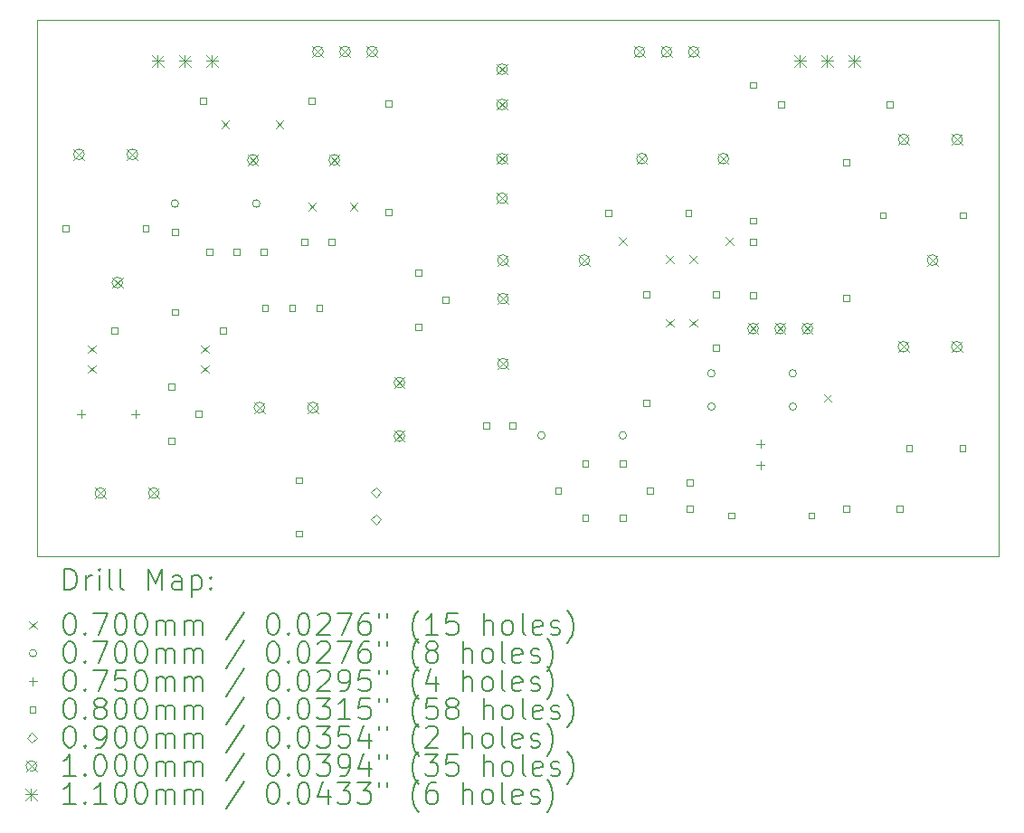
<source format=gbr>
%TF.GenerationSoftware,KiCad,Pcbnew,7.0.9*%
%TF.CreationDate,2023-11-26T22:19:00+01:00*%
%TF.ProjectId,Wzmacniacz_PW3017_modyfikacja,577a6d61-636e-4696-9163-7a5f50573330,rev?*%
%TF.SameCoordinates,Original*%
%TF.FileFunction,Drillmap*%
%TF.FilePolarity,Positive*%
%FSLAX45Y45*%
G04 Gerber Fmt 4.5, Leading zero omitted, Abs format (unit mm)*
G04 Created by KiCad (PCBNEW 7.0.9) date 2023-11-26 22:19:00*
%MOMM*%
%LPD*%
G01*
G04 APERTURE LIST*
%ADD10C,0.100000*%
%ADD11C,0.200000*%
%ADD12C,0.110000*%
G04 APERTURE END LIST*
D10*
X12000000Y-6980000D02*
X21000000Y-6980000D01*
X21000000Y-12000000D01*
X12000000Y-12000000D01*
X12000000Y-6980000D01*
D11*
D10*
X12475000Y-10025000D02*
X12545000Y-10095000D01*
X12545000Y-10025000D02*
X12475000Y-10095000D01*
X12475000Y-10215000D02*
X12545000Y-10285000D01*
X12545000Y-10215000D02*
X12475000Y-10285000D01*
X13535000Y-10025000D02*
X13605000Y-10095000D01*
X13605000Y-10025000D02*
X13535000Y-10095000D01*
X13535000Y-10211050D02*
X13605000Y-10281050D01*
X13605000Y-10211050D02*
X13535000Y-10281050D01*
X13725000Y-7925000D02*
X13795000Y-7995000D01*
X13795000Y-7925000D02*
X13725000Y-7995000D01*
X14235000Y-7925000D02*
X14305000Y-7995000D01*
X14305000Y-7925000D02*
X14235000Y-7995000D01*
X14535000Y-8695000D02*
X14605000Y-8765000D01*
X14605000Y-8695000D02*
X14535000Y-8765000D01*
X14925000Y-8695000D02*
X14995000Y-8765000D01*
X14995000Y-8695000D02*
X14925000Y-8765000D01*
X17445000Y-9015000D02*
X17515000Y-9085000D01*
X17515000Y-9015000D02*
X17445000Y-9085000D01*
X17885000Y-9785000D02*
X17955000Y-9855000D01*
X17955000Y-9785000D02*
X17885000Y-9855000D01*
X17885050Y-9185000D02*
X17955050Y-9255000D01*
X17955050Y-9185000D02*
X17885050Y-9255000D01*
X18105000Y-9184950D02*
X18175000Y-9254950D01*
X18175000Y-9184950D02*
X18105000Y-9254950D01*
X18105000Y-9785000D02*
X18175000Y-9855000D01*
X18175000Y-9785000D02*
X18105000Y-9855000D01*
X18445000Y-9015000D02*
X18515000Y-9085000D01*
X18515000Y-9015000D02*
X18445000Y-9085000D01*
X19365000Y-10485000D02*
X19435000Y-10555000D01*
X19435000Y-10485000D02*
X19365000Y-10555000D01*
X13324000Y-8700000D02*
G75*
G03*
X13324000Y-8700000I-35000J0D01*
G01*
X14086000Y-8700000D02*
G75*
G03*
X14086000Y-8700000I-35000J0D01*
G01*
X16753000Y-10870000D02*
G75*
G03*
X16753000Y-10870000I-35000J0D01*
G01*
X17515000Y-10870000D02*
G75*
G03*
X17515000Y-10870000I-35000J0D01*
G01*
X18344000Y-10290000D02*
G75*
G03*
X18344000Y-10290000I-35000J0D01*
G01*
X18345000Y-10600000D02*
G75*
G03*
X18345000Y-10600000I-35000J0D01*
G01*
X19106000Y-10290000D02*
G75*
G03*
X19106000Y-10290000I-35000J0D01*
G01*
X19107000Y-10600000D02*
G75*
G03*
X19107000Y-10600000I-35000J0D01*
G01*
X12410533Y-10632500D02*
X12410533Y-10707500D01*
X12373033Y-10670000D02*
X12448033Y-10670000D01*
X12918533Y-10632500D02*
X12918533Y-10707500D01*
X12881033Y-10670000D02*
X12956033Y-10670000D01*
X18770000Y-10912500D02*
X18770000Y-10987500D01*
X18732500Y-10950000D02*
X18807500Y-10950000D01*
X18770000Y-11112500D02*
X18770000Y-11187500D01*
X18732500Y-11150000D02*
X18807500Y-11150000D01*
X12293284Y-8958285D02*
X12293284Y-8901716D01*
X12236715Y-8901716D01*
X12236715Y-8958285D01*
X12293284Y-8958285D01*
X12750284Y-9918285D02*
X12750284Y-9861716D01*
X12693715Y-9861716D01*
X12693715Y-9918285D01*
X12750284Y-9918285D01*
X13043284Y-8958285D02*
X13043284Y-8901716D01*
X12986715Y-8901716D01*
X12986715Y-8958285D01*
X13043284Y-8958285D01*
X13284284Y-10444285D02*
X13284284Y-10387716D01*
X13227715Y-10387716D01*
X13227715Y-10444285D01*
X13284284Y-10444285D01*
X13284284Y-10952285D02*
X13284284Y-10895716D01*
X13227715Y-10895716D01*
X13227715Y-10952285D01*
X13284284Y-10952285D01*
X13318284Y-8993285D02*
X13318284Y-8936716D01*
X13261715Y-8936716D01*
X13261715Y-8993285D01*
X13318284Y-8993285D01*
X13318284Y-9743285D02*
X13318284Y-9686716D01*
X13261715Y-9686716D01*
X13261715Y-9743285D01*
X13318284Y-9743285D01*
X13538284Y-10698285D02*
X13538284Y-10641716D01*
X13481715Y-10641716D01*
X13481715Y-10698285D01*
X13538284Y-10698285D01*
X13580284Y-7768284D02*
X13580284Y-7711715D01*
X13523715Y-7711715D01*
X13523715Y-7768284D01*
X13580284Y-7768284D01*
X13640284Y-9178285D02*
X13640284Y-9121716D01*
X13583715Y-9121716D01*
X13583715Y-9178285D01*
X13640284Y-9178285D01*
X13766284Y-9918285D02*
X13766284Y-9861716D01*
X13709715Y-9861716D01*
X13709715Y-9918285D01*
X13766284Y-9918285D01*
X13894284Y-9178285D02*
X13894284Y-9121716D01*
X13837715Y-9121716D01*
X13837715Y-9178285D01*
X13894284Y-9178285D01*
X14148284Y-9178285D02*
X14148284Y-9121716D01*
X14091715Y-9121716D01*
X14091715Y-9178285D01*
X14148284Y-9178285D01*
X14160284Y-9708285D02*
X14160284Y-9651716D01*
X14103715Y-9651716D01*
X14103715Y-9708285D01*
X14160284Y-9708285D01*
X14414284Y-9708285D02*
X14414284Y-9651716D01*
X14357715Y-9651716D01*
X14357715Y-9708285D01*
X14414284Y-9708285D01*
X14478284Y-11318284D02*
X14478284Y-11261715D01*
X14421715Y-11261715D01*
X14421715Y-11318284D01*
X14478284Y-11318284D01*
X14478284Y-11818284D02*
X14478284Y-11761715D01*
X14421715Y-11761715D01*
X14421715Y-11818284D01*
X14478284Y-11818284D01*
X14530047Y-9088285D02*
X14530047Y-9031716D01*
X14473478Y-9031716D01*
X14473478Y-9088285D01*
X14530047Y-9088285D01*
X14596284Y-7768284D02*
X14596284Y-7711715D01*
X14539715Y-7711715D01*
X14539715Y-7768284D01*
X14596284Y-7768284D01*
X14668284Y-9708285D02*
X14668284Y-9651716D01*
X14611715Y-9651716D01*
X14611715Y-9708285D01*
X14668284Y-9708285D01*
X14780047Y-9088285D02*
X14780047Y-9031716D01*
X14723478Y-9031716D01*
X14723478Y-9088285D01*
X14780047Y-9088285D01*
X15318284Y-7790284D02*
X15318284Y-7733715D01*
X15261715Y-7733715D01*
X15261715Y-7790284D01*
X15318284Y-7790284D01*
X15318284Y-8806285D02*
X15318284Y-8749716D01*
X15261715Y-8749716D01*
X15261715Y-8806285D01*
X15318284Y-8806285D01*
X15598284Y-9378285D02*
X15598284Y-9321716D01*
X15541715Y-9321716D01*
X15541715Y-9378285D01*
X15598284Y-9378285D01*
X15598284Y-9886285D02*
X15598284Y-9829716D01*
X15541715Y-9829716D01*
X15541715Y-9886285D01*
X15598284Y-9886285D01*
X15852284Y-9632285D02*
X15852284Y-9575716D01*
X15795715Y-9575716D01*
X15795715Y-9632285D01*
X15852284Y-9632285D01*
X16228284Y-10808285D02*
X16228284Y-10751716D01*
X16171715Y-10751716D01*
X16171715Y-10808285D01*
X16228284Y-10808285D01*
X16478284Y-10808285D02*
X16478284Y-10751716D01*
X16421715Y-10751716D01*
X16421715Y-10808285D01*
X16478284Y-10808285D01*
X16904285Y-11418284D02*
X16904285Y-11361715D01*
X16847716Y-11361715D01*
X16847716Y-11418284D01*
X16904285Y-11418284D01*
X17158285Y-11164285D02*
X17158285Y-11107716D01*
X17101716Y-11107716D01*
X17101716Y-11164285D01*
X17158285Y-11164285D01*
X17158285Y-11672284D02*
X17158285Y-11615715D01*
X17101716Y-11615715D01*
X17101716Y-11672284D01*
X17158285Y-11672284D01*
X17373285Y-8818285D02*
X17373285Y-8761716D01*
X17316716Y-8761716D01*
X17316716Y-8818285D01*
X17373285Y-8818285D01*
X17511285Y-11164285D02*
X17511285Y-11107716D01*
X17454716Y-11107716D01*
X17454716Y-11164285D01*
X17511285Y-11164285D01*
X17511285Y-11672284D02*
X17511285Y-11615715D01*
X17454716Y-11615715D01*
X17454716Y-11672284D01*
X17511285Y-11672284D01*
X17728285Y-9577285D02*
X17728285Y-9520716D01*
X17671716Y-9520716D01*
X17671716Y-9577285D01*
X17728285Y-9577285D01*
X17728285Y-10593285D02*
X17728285Y-10536716D01*
X17671716Y-10536716D01*
X17671716Y-10593285D01*
X17728285Y-10593285D01*
X17765285Y-11418284D02*
X17765285Y-11361715D01*
X17708716Y-11361715D01*
X17708716Y-11418284D01*
X17765285Y-11418284D01*
X18123285Y-8818285D02*
X18123285Y-8761716D01*
X18066716Y-8761716D01*
X18066716Y-8818285D01*
X18123285Y-8818285D01*
X18138285Y-11338284D02*
X18138285Y-11281715D01*
X18081716Y-11281715D01*
X18081716Y-11338284D01*
X18138285Y-11338284D01*
X18138285Y-11588284D02*
X18138285Y-11531715D01*
X18081716Y-11531715D01*
X18081716Y-11588284D01*
X18138285Y-11588284D01*
X18378285Y-9578285D02*
X18378285Y-9521716D01*
X18321716Y-9521716D01*
X18321716Y-9578285D01*
X18378285Y-9578285D01*
X18378285Y-10078285D02*
X18378285Y-10021716D01*
X18321716Y-10021716D01*
X18321716Y-10078285D01*
X18378285Y-10078285D01*
X18523285Y-11648284D02*
X18523285Y-11591715D01*
X18466716Y-11591715D01*
X18466716Y-11648284D01*
X18523285Y-11648284D01*
X18728285Y-7618284D02*
X18728285Y-7561715D01*
X18671716Y-7561715D01*
X18671716Y-7618284D01*
X18728285Y-7618284D01*
X18728285Y-8888285D02*
X18728285Y-8831716D01*
X18671716Y-8831716D01*
X18671716Y-8888285D01*
X18728285Y-8888285D01*
X18728285Y-9088285D02*
X18728285Y-9031716D01*
X18671716Y-9031716D01*
X18671716Y-9088285D01*
X18728285Y-9088285D01*
X18728285Y-9588285D02*
X18728285Y-9531716D01*
X18671716Y-9531716D01*
X18671716Y-9588285D01*
X18728285Y-9588285D01*
X18990285Y-7798284D02*
X18990285Y-7741715D01*
X18933716Y-7741715D01*
X18933716Y-7798284D01*
X18990285Y-7798284D01*
X19273285Y-11648284D02*
X19273285Y-11591715D01*
X19216716Y-11591715D01*
X19216716Y-11648284D01*
X19273285Y-11648284D01*
X19598285Y-8343284D02*
X19598285Y-8286715D01*
X19541716Y-8286715D01*
X19541716Y-8343284D01*
X19598285Y-8343284D01*
X19598285Y-9613285D02*
X19598285Y-9556716D01*
X19541716Y-9556716D01*
X19541716Y-9613285D01*
X19598285Y-9613285D01*
X19598285Y-11588284D02*
X19598285Y-11531715D01*
X19541716Y-11531715D01*
X19541716Y-11588284D01*
X19598285Y-11588284D01*
X19943285Y-8838285D02*
X19943285Y-8781716D01*
X19886716Y-8781716D01*
X19886716Y-8838285D01*
X19943285Y-8838285D01*
X20006285Y-7798284D02*
X20006285Y-7741715D01*
X19949716Y-7741715D01*
X19949716Y-7798284D01*
X20006285Y-7798284D01*
X20098285Y-11588284D02*
X20098285Y-11531715D01*
X20041716Y-11531715D01*
X20041716Y-11588284D01*
X20098285Y-11588284D01*
X20188285Y-11018285D02*
X20188285Y-10961716D01*
X20131716Y-10961716D01*
X20131716Y-11018285D01*
X20188285Y-11018285D01*
X20688285Y-11018285D02*
X20688285Y-10961716D01*
X20631716Y-10961716D01*
X20631716Y-11018285D01*
X20688285Y-11018285D01*
X20693285Y-8838285D02*
X20693285Y-8781716D01*
X20636716Y-8781716D01*
X20636716Y-8838285D01*
X20693285Y-8838285D01*
X15170000Y-11448500D02*
X15215000Y-11403500D01*
X15170000Y-11358500D01*
X15125000Y-11403500D01*
X15170000Y-11448500D01*
X15170000Y-11702500D02*
X15215000Y-11657500D01*
X15170000Y-11612500D01*
X15125000Y-11657500D01*
X15170000Y-11702500D01*
X12340000Y-8190000D02*
X12440000Y-8290000D01*
X12440000Y-8190000D02*
X12340000Y-8290000D01*
X12440000Y-8240000D02*
G75*
G03*
X12440000Y-8240000I-50000J0D01*
G01*
X12540000Y-11360000D02*
X12640000Y-11460000D01*
X12640000Y-11360000D02*
X12540000Y-11460000D01*
X12640000Y-11410000D02*
G75*
G03*
X12640000Y-11410000I-50000J0D01*
G01*
X12700000Y-9390000D02*
X12800000Y-9490000D01*
X12800000Y-9390000D02*
X12700000Y-9490000D01*
X12800000Y-9440000D02*
G75*
G03*
X12800000Y-9440000I-50000J0D01*
G01*
X12840000Y-8190000D02*
X12940000Y-8290000D01*
X12940000Y-8190000D02*
X12840000Y-8290000D01*
X12940000Y-8240000D02*
G75*
G03*
X12940000Y-8240000I-50000J0D01*
G01*
X13040000Y-11360000D02*
X13140000Y-11460000D01*
X13140000Y-11360000D02*
X13040000Y-11460000D01*
X13140000Y-11410000D02*
G75*
G03*
X13140000Y-11410000I-50000J0D01*
G01*
X13968000Y-8240000D02*
X14068000Y-8340000D01*
X14068000Y-8240000D02*
X13968000Y-8340000D01*
X14068000Y-8290000D02*
G75*
G03*
X14068000Y-8290000I-50000J0D01*
G01*
X14030000Y-10560000D02*
X14130000Y-10660000D01*
X14130000Y-10560000D02*
X14030000Y-10660000D01*
X14130000Y-10610000D02*
G75*
G03*
X14130000Y-10610000I-50000J0D01*
G01*
X14530000Y-10560000D02*
X14630000Y-10660000D01*
X14630000Y-10560000D02*
X14530000Y-10660000D01*
X14630000Y-10610000D02*
G75*
G03*
X14630000Y-10610000I-50000J0D01*
G01*
X14576000Y-7227500D02*
X14676000Y-7327500D01*
X14676000Y-7227500D02*
X14576000Y-7327500D01*
X14676000Y-7277500D02*
G75*
G03*
X14676000Y-7277500I-50000J0D01*
G01*
X14730000Y-8240000D02*
X14830000Y-8340000D01*
X14830000Y-8240000D02*
X14730000Y-8340000D01*
X14830000Y-8290000D02*
G75*
G03*
X14830000Y-8290000I-50000J0D01*
G01*
X14830000Y-7227500D02*
X14930000Y-7327500D01*
X14930000Y-7227500D02*
X14830000Y-7327500D01*
X14930000Y-7277500D02*
G75*
G03*
X14930000Y-7277500I-50000J0D01*
G01*
X15084000Y-7227500D02*
X15184000Y-7327500D01*
X15184000Y-7227500D02*
X15084000Y-7327500D01*
X15184000Y-7277500D02*
G75*
G03*
X15184000Y-7277500I-50000J0D01*
G01*
X15340000Y-10326768D02*
X15440000Y-10426768D01*
X15440000Y-10326768D02*
X15340000Y-10426768D01*
X15440000Y-10376768D02*
G75*
G03*
X15440000Y-10376768I-50000J0D01*
G01*
X15340000Y-10826768D02*
X15440000Y-10926768D01*
X15440000Y-10826768D02*
X15340000Y-10926768D01*
X15440000Y-10876768D02*
G75*
G03*
X15440000Y-10876768I-50000J0D01*
G01*
X16300000Y-7393000D02*
X16400000Y-7493000D01*
X16400000Y-7393000D02*
X16300000Y-7493000D01*
X16400000Y-7443000D02*
G75*
G03*
X16400000Y-7443000I-50000J0D01*
G01*
X16300000Y-7722000D02*
X16400000Y-7822000D01*
X16400000Y-7722000D02*
X16300000Y-7822000D01*
X16400000Y-7772000D02*
G75*
G03*
X16400000Y-7772000I-50000J0D01*
G01*
X16300000Y-8230000D02*
X16400000Y-8330000D01*
X16400000Y-8230000D02*
X16300000Y-8330000D01*
X16400000Y-8280000D02*
G75*
G03*
X16400000Y-8280000I-50000J0D01*
G01*
X16300000Y-8600000D02*
X16400000Y-8700000D01*
X16400000Y-8600000D02*
X16300000Y-8700000D01*
X16400000Y-8650000D02*
G75*
G03*
X16400000Y-8650000I-50000J0D01*
G01*
X16308000Y-9180000D02*
X16408000Y-9280000D01*
X16408000Y-9180000D02*
X16308000Y-9280000D01*
X16408000Y-9230000D02*
G75*
G03*
X16408000Y-9230000I-50000J0D01*
G01*
X16310000Y-9540000D02*
X16410000Y-9640000D01*
X16410000Y-9540000D02*
X16310000Y-9640000D01*
X16410000Y-9590000D02*
G75*
G03*
X16410000Y-9590000I-50000J0D01*
G01*
X16310000Y-10150000D02*
X16410000Y-10250000D01*
X16410000Y-10150000D02*
X16310000Y-10250000D01*
X16410000Y-10200000D02*
G75*
G03*
X16410000Y-10200000I-50000J0D01*
G01*
X17070000Y-9180000D02*
X17170000Y-9280000D01*
X17170000Y-9180000D02*
X17070000Y-9280000D01*
X17170000Y-9230000D02*
G75*
G03*
X17170000Y-9230000I-50000J0D01*
G01*
X17586000Y-7230000D02*
X17686000Y-7330000D01*
X17686000Y-7230000D02*
X17586000Y-7330000D01*
X17686000Y-7280000D02*
G75*
G03*
X17686000Y-7280000I-50000J0D01*
G01*
X17609000Y-8230000D02*
X17709000Y-8330000D01*
X17709000Y-8230000D02*
X17609000Y-8330000D01*
X17709000Y-8280000D02*
G75*
G03*
X17709000Y-8280000I-50000J0D01*
G01*
X17840000Y-7230000D02*
X17940000Y-7330000D01*
X17940000Y-7230000D02*
X17840000Y-7330000D01*
X17940000Y-7280000D02*
G75*
G03*
X17940000Y-7280000I-50000J0D01*
G01*
X18094000Y-7230000D02*
X18194000Y-7330000D01*
X18194000Y-7230000D02*
X18094000Y-7330000D01*
X18194000Y-7280000D02*
G75*
G03*
X18194000Y-7280000I-50000J0D01*
G01*
X18371000Y-8230000D02*
X18471000Y-8330000D01*
X18471000Y-8230000D02*
X18371000Y-8330000D01*
X18471000Y-8280000D02*
G75*
G03*
X18471000Y-8280000I-50000J0D01*
G01*
X18650000Y-9820000D02*
X18750000Y-9920000D01*
X18750000Y-9820000D02*
X18650000Y-9920000D01*
X18750000Y-9870000D02*
G75*
G03*
X18750000Y-9870000I-50000J0D01*
G01*
X18904000Y-9820000D02*
X19004000Y-9920000D01*
X19004000Y-9820000D02*
X18904000Y-9920000D01*
X19004000Y-9870000D02*
G75*
G03*
X19004000Y-9870000I-50000J0D01*
G01*
X19158000Y-9820000D02*
X19258000Y-9920000D01*
X19258000Y-9820000D02*
X19158000Y-9920000D01*
X19258000Y-9870000D02*
G75*
G03*
X19258000Y-9870000I-50000J0D01*
G01*
X20056768Y-9990000D02*
X20156768Y-10090000D01*
X20156768Y-9990000D02*
X20056768Y-10090000D01*
X20156768Y-10040000D02*
G75*
G03*
X20156768Y-10040000I-50000J0D01*
G01*
X20060000Y-8050000D02*
X20160000Y-8150000D01*
X20160000Y-8050000D02*
X20060000Y-8150000D01*
X20160000Y-8100000D02*
G75*
G03*
X20160000Y-8100000I-50000J0D01*
G01*
X20330000Y-9180000D02*
X20430000Y-9280000D01*
X20430000Y-9180000D02*
X20330000Y-9280000D01*
X20430000Y-9230000D02*
G75*
G03*
X20430000Y-9230000I-50000J0D01*
G01*
X20556768Y-9990000D02*
X20656768Y-10090000D01*
X20656768Y-9990000D02*
X20556768Y-10090000D01*
X20656768Y-10040000D02*
G75*
G03*
X20656768Y-10040000I-50000J0D01*
G01*
X20560000Y-8050000D02*
X20660000Y-8150000D01*
X20660000Y-8050000D02*
X20560000Y-8150000D01*
X20660000Y-8100000D02*
G75*
G03*
X20660000Y-8100000I-50000J0D01*
G01*
D12*
X13071000Y-7309500D02*
X13181000Y-7419500D01*
X13181000Y-7309500D02*
X13071000Y-7419500D01*
X13126000Y-7309500D02*
X13126000Y-7419500D01*
X13071000Y-7364500D02*
X13181000Y-7364500D01*
X13325000Y-7309500D02*
X13435000Y-7419500D01*
X13435000Y-7309500D02*
X13325000Y-7419500D01*
X13380000Y-7309500D02*
X13380000Y-7419500D01*
X13325000Y-7364500D02*
X13435000Y-7364500D01*
X13579000Y-7309500D02*
X13689000Y-7419500D01*
X13689000Y-7309500D02*
X13579000Y-7419500D01*
X13634000Y-7309500D02*
X13634000Y-7419500D01*
X13579000Y-7364500D02*
X13689000Y-7364500D01*
X19081000Y-7309500D02*
X19191000Y-7419500D01*
X19191000Y-7309500D02*
X19081000Y-7419500D01*
X19136000Y-7309500D02*
X19136000Y-7419500D01*
X19081000Y-7364500D02*
X19191000Y-7364500D01*
X19335000Y-7309500D02*
X19445000Y-7419500D01*
X19445000Y-7309500D02*
X19335000Y-7419500D01*
X19390000Y-7309500D02*
X19390000Y-7419500D01*
X19335000Y-7364500D02*
X19445000Y-7364500D01*
X19589000Y-7309500D02*
X19699000Y-7419500D01*
X19699000Y-7309500D02*
X19589000Y-7419500D01*
X19644000Y-7309500D02*
X19644000Y-7419500D01*
X19589000Y-7364500D02*
X19699000Y-7364500D01*
D11*
X12255777Y-12316484D02*
X12255777Y-12116484D01*
X12255777Y-12116484D02*
X12303396Y-12116484D01*
X12303396Y-12116484D02*
X12331967Y-12126008D01*
X12331967Y-12126008D02*
X12351015Y-12145055D01*
X12351015Y-12145055D02*
X12360539Y-12164103D01*
X12360539Y-12164103D02*
X12370062Y-12202198D01*
X12370062Y-12202198D02*
X12370062Y-12230769D01*
X12370062Y-12230769D02*
X12360539Y-12268865D01*
X12360539Y-12268865D02*
X12351015Y-12287912D01*
X12351015Y-12287912D02*
X12331967Y-12306960D01*
X12331967Y-12306960D02*
X12303396Y-12316484D01*
X12303396Y-12316484D02*
X12255777Y-12316484D01*
X12455777Y-12316484D02*
X12455777Y-12183150D01*
X12455777Y-12221246D02*
X12465301Y-12202198D01*
X12465301Y-12202198D02*
X12474824Y-12192674D01*
X12474824Y-12192674D02*
X12493872Y-12183150D01*
X12493872Y-12183150D02*
X12512920Y-12183150D01*
X12579586Y-12316484D02*
X12579586Y-12183150D01*
X12579586Y-12116484D02*
X12570062Y-12126008D01*
X12570062Y-12126008D02*
X12579586Y-12135531D01*
X12579586Y-12135531D02*
X12589110Y-12126008D01*
X12589110Y-12126008D02*
X12579586Y-12116484D01*
X12579586Y-12116484D02*
X12579586Y-12135531D01*
X12703396Y-12316484D02*
X12684348Y-12306960D01*
X12684348Y-12306960D02*
X12674824Y-12287912D01*
X12674824Y-12287912D02*
X12674824Y-12116484D01*
X12808158Y-12316484D02*
X12789110Y-12306960D01*
X12789110Y-12306960D02*
X12779586Y-12287912D01*
X12779586Y-12287912D02*
X12779586Y-12116484D01*
X13036729Y-12316484D02*
X13036729Y-12116484D01*
X13036729Y-12116484D02*
X13103396Y-12259341D01*
X13103396Y-12259341D02*
X13170062Y-12116484D01*
X13170062Y-12116484D02*
X13170062Y-12316484D01*
X13351015Y-12316484D02*
X13351015Y-12211722D01*
X13351015Y-12211722D02*
X13341491Y-12192674D01*
X13341491Y-12192674D02*
X13322443Y-12183150D01*
X13322443Y-12183150D02*
X13284348Y-12183150D01*
X13284348Y-12183150D02*
X13265301Y-12192674D01*
X13351015Y-12306960D02*
X13331967Y-12316484D01*
X13331967Y-12316484D02*
X13284348Y-12316484D01*
X13284348Y-12316484D02*
X13265301Y-12306960D01*
X13265301Y-12306960D02*
X13255777Y-12287912D01*
X13255777Y-12287912D02*
X13255777Y-12268865D01*
X13255777Y-12268865D02*
X13265301Y-12249817D01*
X13265301Y-12249817D02*
X13284348Y-12240293D01*
X13284348Y-12240293D02*
X13331967Y-12240293D01*
X13331967Y-12240293D02*
X13351015Y-12230769D01*
X13446253Y-12183150D02*
X13446253Y-12383150D01*
X13446253Y-12192674D02*
X13465301Y-12183150D01*
X13465301Y-12183150D02*
X13503396Y-12183150D01*
X13503396Y-12183150D02*
X13522443Y-12192674D01*
X13522443Y-12192674D02*
X13531967Y-12202198D01*
X13531967Y-12202198D02*
X13541491Y-12221246D01*
X13541491Y-12221246D02*
X13541491Y-12278388D01*
X13541491Y-12278388D02*
X13531967Y-12297436D01*
X13531967Y-12297436D02*
X13522443Y-12306960D01*
X13522443Y-12306960D02*
X13503396Y-12316484D01*
X13503396Y-12316484D02*
X13465301Y-12316484D01*
X13465301Y-12316484D02*
X13446253Y-12306960D01*
X13627205Y-12297436D02*
X13636729Y-12306960D01*
X13636729Y-12306960D02*
X13627205Y-12316484D01*
X13627205Y-12316484D02*
X13617682Y-12306960D01*
X13617682Y-12306960D02*
X13627205Y-12297436D01*
X13627205Y-12297436D02*
X13627205Y-12316484D01*
X13627205Y-12192674D02*
X13636729Y-12202198D01*
X13636729Y-12202198D02*
X13627205Y-12211722D01*
X13627205Y-12211722D02*
X13617682Y-12202198D01*
X13617682Y-12202198D02*
X13627205Y-12192674D01*
X13627205Y-12192674D02*
X13627205Y-12211722D01*
D10*
X11925000Y-12610000D02*
X11995000Y-12680000D01*
X11995000Y-12610000D02*
X11925000Y-12680000D01*
D11*
X12293872Y-12536484D02*
X12312920Y-12536484D01*
X12312920Y-12536484D02*
X12331967Y-12546008D01*
X12331967Y-12546008D02*
X12341491Y-12555531D01*
X12341491Y-12555531D02*
X12351015Y-12574579D01*
X12351015Y-12574579D02*
X12360539Y-12612674D01*
X12360539Y-12612674D02*
X12360539Y-12660293D01*
X12360539Y-12660293D02*
X12351015Y-12698388D01*
X12351015Y-12698388D02*
X12341491Y-12717436D01*
X12341491Y-12717436D02*
X12331967Y-12726960D01*
X12331967Y-12726960D02*
X12312920Y-12736484D01*
X12312920Y-12736484D02*
X12293872Y-12736484D01*
X12293872Y-12736484D02*
X12274824Y-12726960D01*
X12274824Y-12726960D02*
X12265301Y-12717436D01*
X12265301Y-12717436D02*
X12255777Y-12698388D01*
X12255777Y-12698388D02*
X12246253Y-12660293D01*
X12246253Y-12660293D02*
X12246253Y-12612674D01*
X12246253Y-12612674D02*
X12255777Y-12574579D01*
X12255777Y-12574579D02*
X12265301Y-12555531D01*
X12265301Y-12555531D02*
X12274824Y-12546008D01*
X12274824Y-12546008D02*
X12293872Y-12536484D01*
X12446253Y-12717436D02*
X12455777Y-12726960D01*
X12455777Y-12726960D02*
X12446253Y-12736484D01*
X12446253Y-12736484D02*
X12436729Y-12726960D01*
X12436729Y-12726960D02*
X12446253Y-12717436D01*
X12446253Y-12717436D02*
X12446253Y-12736484D01*
X12522443Y-12536484D02*
X12655777Y-12536484D01*
X12655777Y-12536484D02*
X12570062Y-12736484D01*
X12770062Y-12536484D02*
X12789110Y-12536484D01*
X12789110Y-12536484D02*
X12808158Y-12546008D01*
X12808158Y-12546008D02*
X12817682Y-12555531D01*
X12817682Y-12555531D02*
X12827205Y-12574579D01*
X12827205Y-12574579D02*
X12836729Y-12612674D01*
X12836729Y-12612674D02*
X12836729Y-12660293D01*
X12836729Y-12660293D02*
X12827205Y-12698388D01*
X12827205Y-12698388D02*
X12817682Y-12717436D01*
X12817682Y-12717436D02*
X12808158Y-12726960D01*
X12808158Y-12726960D02*
X12789110Y-12736484D01*
X12789110Y-12736484D02*
X12770062Y-12736484D01*
X12770062Y-12736484D02*
X12751015Y-12726960D01*
X12751015Y-12726960D02*
X12741491Y-12717436D01*
X12741491Y-12717436D02*
X12731967Y-12698388D01*
X12731967Y-12698388D02*
X12722443Y-12660293D01*
X12722443Y-12660293D02*
X12722443Y-12612674D01*
X12722443Y-12612674D02*
X12731967Y-12574579D01*
X12731967Y-12574579D02*
X12741491Y-12555531D01*
X12741491Y-12555531D02*
X12751015Y-12546008D01*
X12751015Y-12546008D02*
X12770062Y-12536484D01*
X12960539Y-12536484D02*
X12979586Y-12536484D01*
X12979586Y-12536484D02*
X12998634Y-12546008D01*
X12998634Y-12546008D02*
X13008158Y-12555531D01*
X13008158Y-12555531D02*
X13017682Y-12574579D01*
X13017682Y-12574579D02*
X13027205Y-12612674D01*
X13027205Y-12612674D02*
X13027205Y-12660293D01*
X13027205Y-12660293D02*
X13017682Y-12698388D01*
X13017682Y-12698388D02*
X13008158Y-12717436D01*
X13008158Y-12717436D02*
X12998634Y-12726960D01*
X12998634Y-12726960D02*
X12979586Y-12736484D01*
X12979586Y-12736484D02*
X12960539Y-12736484D01*
X12960539Y-12736484D02*
X12941491Y-12726960D01*
X12941491Y-12726960D02*
X12931967Y-12717436D01*
X12931967Y-12717436D02*
X12922443Y-12698388D01*
X12922443Y-12698388D02*
X12912920Y-12660293D01*
X12912920Y-12660293D02*
X12912920Y-12612674D01*
X12912920Y-12612674D02*
X12922443Y-12574579D01*
X12922443Y-12574579D02*
X12931967Y-12555531D01*
X12931967Y-12555531D02*
X12941491Y-12546008D01*
X12941491Y-12546008D02*
X12960539Y-12536484D01*
X13112920Y-12736484D02*
X13112920Y-12603150D01*
X13112920Y-12622198D02*
X13122443Y-12612674D01*
X13122443Y-12612674D02*
X13141491Y-12603150D01*
X13141491Y-12603150D02*
X13170063Y-12603150D01*
X13170063Y-12603150D02*
X13189110Y-12612674D01*
X13189110Y-12612674D02*
X13198634Y-12631722D01*
X13198634Y-12631722D02*
X13198634Y-12736484D01*
X13198634Y-12631722D02*
X13208158Y-12612674D01*
X13208158Y-12612674D02*
X13227205Y-12603150D01*
X13227205Y-12603150D02*
X13255777Y-12603150D01*
X13255777Y-12603150D02*
X13274824Y-12612674D01*
X13274824Y-12612674D02*
X13284348Y-12631722D01*
X13284348Y-12631722D02*
X13284348Y-12736484D01*
X13379586Y-12736484D02*
X13379586Y-12603150D01*
X13379586Y-12622198D02*
X13389110Y-12612674D01*
X13389110Y-12612674D02*
X13408158Y-12603150D01*
X13408158Y-12603150D02*
X13436729Y-12603150D01*
X13436729Y-12603150D02*
X13455777Y-12612674D01*
X13455777Y-12612674D02*
X13465301Y-12631722D01*
X13465301Y-12631722D02*
X13465301Y-12736484D01*
X13465301Y-12631722D02*
X13474824Y-12612674D01*
X13474824Y-12612674D02*
X13493872Y-12603150D01*
X13493872Y-12603150D02*
X13522443Y-12603150D01*
X13522443Y-12603150D02*
X13541491Y-12612674D01*
X13541491Y-12612674D02*
X13551015Y-12631722D01*
X13551015Y-12631722D02*
X13551015Y-12736484D01*
X13941491Y-12526960D02*
X13770063Y-12784103D01*
X14198634Y-12536484D02*
X14217682Y-12536484D01*
X14217682Y-12536484D02*
X14236729Y-12546008D01*
X14236729Y-12546008D02*
X14246253Y-12555531D01*
X14246253Y-12555531D02*
X14255777Y-12574579D01*
X14255777Y-12574579D02*
X14265301Y-12612674D01*
X14265301Y-12612674D02*
X14265301Y-12660293D01*
X14265301Y-12660293D02*
X14255777Y-12698388D01*
X14255777Y-12698388D02*
X14246253Y-12717436D01*
X14246253Y-12717436D02*
X14236729Y-12726960D01*
X14236729Y-12726960D02*
X14217682Y-12736484D01*
X14217682Y-12736484D02*
X14198634Y-12736484D01*
X14198634Y-12736484D02*
X14179586Y-12726960D01*
X14179586Y-12726960D02*
X14170063Y-12717436D01*
X14170063Y-12717436D02*
X14160539Y-12698388D01*
X14160539Y-12698388D02*
X14151015Y-12660293D01*
X14151015Y-12660293D02*
X14151015Y-12612674D01*
X14151015Y-12612674D02*
X14160539Y-12574579D01*
X14160539Y-12574579D02*
X14170063Y-12555531D01*
X14170063Y-12555531D02*
X14179586Y-12546008D01*
X14179586Y-12546008D02*
X14198634Y-12536484D01*
X14351015Y-12717436D02*
X14360539Y-12726960D01*
X14360539Y-12726960D02*
X14351015Y-12736484D01*
X14351015Y-12736484D02*
X14341491Y-12726960D01*
X14341491Y-12726960D02*
X14351015Y-12717436D01*
X14351015Y-12717436D02*
X14351015Y-12736484D01*
X14484348Y-12536484D02*
X14503396Y-12536484D01*
X14503396Y-12536484D02*
X14522444Y-12546008D01*
X14522444Y-12546008D02*
X14531967Y-12555531D01*
X14531967Y-12555531D02*
X14541491Y-12574579D01*
X14541491Y-12574579D02*
X14551015Y-12612674D01*
X14551015Y-12612674D02*
X14551015Y-12660293D01*
X14551015Y-12660293D02*
X14541491Y-12698388D01*
X14541491Y-12698388D02*
X14531967Y-12717436D01*
X14531967Y-12717436D02*
X14522444Y-12726960D01*
X14522444Y-12726960D02*
X14503396Y-12736484D01*
X14503396Y-12736484D02*
X14484348Y-12736484D01*
X14484348Y-12736484D02*
X14465301Y-12726960D01*
X14465301Y-12726960D02*
X14455777Y-12717436D01*
X14455777Y-12717436D02*
X14446253Y-12698388D01*
X14446253Y-12698388D02*
X14436729Y-12660293D01*
X14436729Y-12660293D02*
X14436729Y-12612674D01*
X14436729Y-12612674D02*
X14446253Y-12574579D01*
X14446253Y-12574579D02*
X14455777Y-12555531D01*
X14455777Y-12555531D02*
X14465301Y-12546008D01*
X14465301Y-12546008D02*
X14484348Y-12536484D01*
X14627206Y-12555531D02*
X14636729Y-12546008D01*
X14636729Y-12546008D02*
X14655777Y-12536484D01*
X14655777Y-12536484D02*
X14703396Y-12536484D01*
X14703396Y-12536484D02*
X14722444Y-12546008D01*
X14722444Y-12546008D02*
X14731967Y-12555531D01*
X14731967Y-12555531D02*
X14741491Y-12574579D01*
X14741491Y-12574579D02*
X14741491Y-12593627D01*
X14741491Y-12593627D02*
X14731967Y-12622198D01*
X14731967Y-12622198D02*
X14617682Y-12736484D01*
X14617682Y-12736484D02*
X14741491Y-12736484D01*
X14808158Y-12536484D02*
X14941491Y-12536484D01*
X14941491Y-12536484D02*
X14855777Y-12736484D01*
X15103396Y-12536484D02*
X15065301Y-12536484D01*
X15065301Y-12536484D02*
X15046253Y-12546008D01*
X15046253Y-12546008D02*
X15036729Y-12555531D01*
X15036729Y-12555531D02*
X15017682Y-12584103D01*
X15017682Y-12584103D02*
X15008158Y-12622198D01*
X15008158Y-12622198D02*
X15008158Y-12698388D01*
X15008158Y-12698388D02*
X15017682Y-12717436D01*
X15017682Y-12717436D02*
X15027206Y-12726960D01*
X15027206Y-12726960D02*
X15046253Y-12736484D01*
X15046253Y-12736484D02*
X15084348Y-12736484D01*
X15084348Y-12736484D02*
X15103396Y-12726960D01*
X15103396Y-12726960D02*
X15112920Y-12717436D01*
X15112920Y-12717436D02*
X15122444Y-12698388D01*
X15122444Y-12698388D02*
X15122444Y-12650769D01*
X15122444Y-12650769D02*
X15112920Y-12631722D01*
X15112920Y-12631722D02*
X15103396Y-12622198D01*
X15103396Y-12622198D02*
X15084348Y-12612674D01*
X15084348Y-12612674D02*
X15046253Y-12612674D01*
X15046253Y-12612674D02*
X15027206Y-12622198D01*
X15027206Y-12622198D02*
X15017682Y-12631722D01*
X15017682Y-12631722D02*
X15008158Y-12650769D01*
X15198634Y-12536484D02*
X15198634Y-12574579D01*
X15274825Y-12536484D02*
X15274825Y-12574579D01*
X15570063Y-12812674D02*
X15560539Y-12803150D01*
X15560539Y-12803150D02*
X15541491Y-12774579D01*
X15541491Y-12774579D02*
X15531968Y-12755531D01*
X15531968Y-12755531D02*
X15522444Y-12726960D01*
X15522444Y-12726960D02*
X15512920Y-12679341D01*
X15512920Y-12679341D02*
X15512920Y-12641246D01*
X15512920Y-12641246D02*
X15522444Y-12593627D01*
X15522444Y-12593627D02*
X15531968Y-12565055D01*
X15531968Y-12565055D02*
X15541491Y-12546008D01*
X15541491Y-12546008D02*
X15560539Y-12517436D01*
X15560539Y-12517436D02*
X15570063Y-12507912D01*
X15751015Y-12736484D02*
X15636729Y-12736484D01*
X15693872Y-12736484D02*
X15693872Y-12536484D01*
X15693872Y-12536484D02*
X15674825Y-12565055D01*
X15674825Y-12565055D02*
X15655777Y-12584103D01*
X15655777Y-12584103D02*
X15636729Y-12593627D01*
X15931968Y-12536484D02*
X15836729Y-12536484D01*
X15836729Y-12536484D02*
X15827206Y-12631722D01*
X15827206Y-12631722D02*
X15836729Y-12622198D01*
X15836729Y-12622198D02*
X15855777Y-12612674D01*
X15855777Y-12612674D02*
X15903396Y-12612674D01*
X15903396Y-12612674D02*
X15922444Y-12622198D01*
X15922444Y-12622198D02*
X15931968Y-12631722D01*
X15931968Y-12631722D02*
X15941491Y-12650769D01*
X15941491Y-12650769D02*
X15941491Y-12698388D01*
X15941491Y-12698388D02*
X15931968Y-12717436D01*
X15931968Y-12717436D02*
X15922444Y-12726960D01*
X15922444Y-12726960D02*
X15903396Y-12736484D01*
X15903396Y-12736484D02*
X15855777Y-12736484D01*
X15855777Y-12736484D02*
X15836729Y-12726960D01*
X15836729Y-12726960D02*
X15827206Y-12717436D01*
X16179587Y-12736484D02*
X16179587Y-12536484D01*
X16265301Y-12736484D02*
X16265301Y-12631722D01*
X16265301Y-12631722D02*
X16255777Y-12612674D01*
X16255777Y-12612674D02*
X16236730Y-12603150D01*
X16236730Y-12603150D02*
X16208158Y-12603150D01*
X16208158Y-12603150D02*
X16189110Y-12612674D01*
X16189110Y-12612674D02*
X16179587Y-12622198D01*
X16389110Y-12736484D02*
X16370063Y-12726960D01*
X16370063Y-12726960D02*
X16360539Y-12717436D01*
X16360539Y-12717436D02*
X16351015Y-12698388D01*
X16351015Y-12698388D02*
X16351015Y-12641246D01*
X16351015Y-12641246D02*
X16360539Y-12622198D01*
X16360539Y-12622198D02*
X16370063Y-12612674D01*
X16370063Y-12612674D02*
X16389110Y-12603150D01*
X16389110Y-12603150D02*
X16417682Y-12603150D01*
X16417682Y-12603150D02*
X16436730Y-12612674D01*
X16436730Y-12612674D02*
X16446253Y-12622198D01*
X16446253Y-12622198D02*
X16455777Y-12641246D01*
X16455777Y-12641246D02*
X16455777Y-12698388D01*
X16455777Y-12698388D02*
X16446253Y-12717436D01*
X16446253Y-12717436D02*
X16436730Y-12726960D01*
X16436730Y-12726960D02*
X16417682Y-12736484D01*
X16417682Y-12736484D02*
X16389110Y-12736484D01*
X16570063Y-12736484D02*
X16551015Y-12726960D01*
X16551015Y-12726960D02*
X16541491Y-12707912D01*
X16541491Y-12707912D02*
X16541491Y-12536484D01*
X16722444Y-12726960D02*
X16703396Y-12736484D01*
X16703396Y-12736484D02*
X16665301Y-12736484D01*
X16665301Y-12736484D02*
X16646253Y-12726960D01*
X16646253Y-12726960D02*
X16636730Y-12707912D01*
X16636730Y-12707912D02*
X16636730Y-12631722D01*
X16636730Y-12631722D02*
X16646253Y-12612674D01*
X16646253Y-12612674D02*
X16665301Y-12603150D01*
X16665301Y-12603150D02*
X16703396Y-12603150D01*
X16703396Y-12603150D02*
X16722444Y-12612674D01*
X16722444Y-12612674D02*
X16731968Y-12631722D01*
X16731968Y-12631722D02*
X16731968Y-12650769D01*
X16731968Y-12650769D02*
X16636730Y-12669817D01*
X16808158Y-12726960D02*
X16827206Y-12736484D01*
X16827206Y-12736484D02*
X16865301Y-12736484D01*
X16865301Y-12736484D02*
X16884349Y-12726960D01*
X16884349Y-12726960D02*
X16893873Y-12707912D01*
X16893873Y-12707912D02*
X16893873Y-12698388D01*
X16893873Y-12698388D02*
X16884349Y-12679341D01*
X16884349Y-12679341D02*
X16865301Y-12669817D01*
X16865301Y-12669817D02*
X16836730Y-12669817D01*
X16836730Y-12669817D02*
X16817682Y-12660293D01*
X16817682Y-12660293D02*
X16808158Y-12641246D01*
X16808158Y-12641246D02*
X16808158Y-12631722D01*
X16808158Y-12631722D02*
X16817682Y-12612674D01*
X16817682Y-12612674D02*
X16836730Y-12603150D01*
X16836730Y-12603150D02*
X16865301Y-12603150D01*
X16865301Y-12603150D02*
X16884349Y-12612674D01*
X16960539Y-12812674D02*
X16970063Y-12803150D01*
X16970063Y-12803150D02*
X16989111Y-12774579D01*
X16989111Y-12774579D02*
X16998634Y-12755531D01*
X16998634Y-12755531D02*
X17008158Y-12726960D01*
X17008158Y-12726960D02*
X17017682Y-12679341D01*
X17017682Y-12679341D02*
X17017682Y-12641246D01*
X17017682Y-12641246D02*
X17008158Y-12593627D01*
X17008158Y-12593627D02*
X16998634Y-12565055D01*
X16998634Y-12565055D02*
X16989111Y-12546008D01*
X16989111Y-12546008D02*
X16970063Y-12517436D01*
X16970063Y-12517436D02*
X16960539Y-12507912D01*
D10*
X11995000Y-12909000D02*
G75*
G03*
X11995000Y-12909000I-35000J0D01*
G01*
D11*
X12293872Y-12800484D02*
X12312920Y-12800484D01*
X12312920Y-12800484D02*
X12331967Y-12810008D01*
X12331967Y-12810008D02*
X12341491Y-12819531D01*
X12341491Y-12819531D02*
X12351015Y-12838579D01*
X12351015Y-12838579D02*
X12360539Y-12876674D01*
X12360539Y-12876674D02*
X12360539Y-12924293D01*
X12360539Y-12924293D02*
X12351015Y-12962388D01*
X12351015Y-12962388D02*
X12341491Y-12981436D01*
X12341491Y-12981436D02*
X12331967Y-12990960D01*
X12331967Y-12990960D02*
X12312920Y-13000484D01*
X12312920Y-13000484D02*
X12293872Y-13000484D01*
X12293872Y-13000484D02*
X12274824Y-12990960D01*
X12274824Y-12990960D02*
X12265301Y-12981436D01*
X12265301Y-12981436D02*
X12255777Y-12962388D01*
X12255777Y-12962388D02*
X12246253Y-12924293D01*
X12246253Y-12924293D02*
X12246253Y-12876674D01*
X12246253Y-12876674D02*
X12255777Y-12838579D01*
X12255777Y-12838579D02*
X12265301Y-12819531D01*
X12265301Y-12819531D02*
X12274824Y-12810008D01*
X12274824Y-12810008D02*
X12293872Y-12800484D01*
X12446253Y-12981436D02*
X12455777Y-12990960D01*
X12455777Y-12990960D02*
X12446253Y-13000484D01*
X12446253Y-13000484D02*
X12436729Y-12990960D01*
X12436729Y-12990960D02*
X12446253Y-12981436D01*
X12446253Y-12981436D02*
X12446253Y-13000484D01*
X12522443Y-12800484D02*
X12655777Y-12800484D01*
X12655777Y-12800484D02*
X12570062Y-13000484D01*
X12770062Y-12800484D02*
X12789110Y-12800484D01*
X12789110Y-12800484D02*
X12808158Y-12810008D01*
X12808158Y-12810008D02*
X12817682Y-12819531D01*
X12817682Y-12819531D02*
X12827205Y-12838579D01*
X12827205Y-12838579D02*
X12836729Y-12876674D01*
X12836729Y-12876674D02*
X12836729Y-12924293D01*
X12836729Y-12924293D02*
X12827205Y-12962388D01*
X12827205Y-12962388D02*
X12817682Y-12981436D01*
X12817682Y-12981436D02*
X12808158Y-12990960D01*
X12808158Y-12990960D02*
X12789110Y-13000484D01*
X12789110Y-13000484D02*
X12770062Y-13000484D01*
X12770062Y-13000484D02*
X12751015Y-12990960D01*
X12751015Y-12990960D02*
X12741491Y-12981436D01*
X12741491Y-12981436D02*
X12731967Y-12962388D01*
X12731967Y-12962388D02*
X12722443Y-12924293D01*
X12722443Y-12924293D02*
X12722443Y-12876674D01*
X12722443Y-12876674D02*
X12731967Y-12838579D01*
X12731967Y-12838579D02*
X12741491Y-12819531D01*
X12741491Y-12819531D02*
X12751015Y-12810008D01*
X12751015Y-12810008D02*
X12770062Y-12800484D01*
X12960539Y-12800484D02*
X12979586Y-12800484D01*
X12979586Y-12800484D02*
X12998634Y-12810008D01*
X12998634Y-12810008D02*
X13008158Y-12819531D01*
X13008158Y-12819531D02*
X13017682Y-12838579D01*
X13017682Y-12838579D02*
X13027205Y-12876674D01*
X13027205Y-12876674D02*
X13027205Y-12924293D01*
X13027205Y-12924293D02*
X13017682Y-12962388D01*
X13017682Y-12962388D02*
X13008158Y-12981436D01*
X13008158Y-12981436D02*
X12998634Y-12990960D01*
X12998634Y-12990960D02*
X12979586Y-13000484D01*
X12979586Y-13000484D02*
X12960539Y-13000484D01*
X12960539Y-13000484D02*
X12941491Y-12990960D01*
X12941491Y-12990960D02*
X12931967Y-12981436D01*
X12931967Y-12981436D02*
X12922443Y-12962388D01*
X12922443Y-12962388D02*
X12912920Y-12924293D01*
X12912920Y-12924293D02*
X12912920Y-12876674D01*
X12912920Y-12876674D02*
X12922443Y-12838579D01*
X12922443Y-12838579D02*
X12931967Y-12819531D01*
X12931967Y-12819531D02*
X12941491Y-12810008D01*
X12941491Y-12810008D02*
X12960539Y-12800484D01*
X13112920Y-13000484D02*
X13112920Y-12867150D01*
X13112920Y-12886198D02*
X13122443Y-12876674D01*
X13122443Y-12876674D02*
X13141491Y-12867150D01*
X13141491Y-12867150D02*
X13170063Y-12867150D01*
X13170063Y-12867150D02*
X13189110Y-12876674D01*
X13189110Y-12876674D02*
X13198634Y-12895722D01*
X13198634Y-12895722D02*
X13198634Y-13000484D01*
X13198634Y-12895722D02*
X13208158Y-12876674D01*
X13208158Y-12876674D02*
X13227205Y-12867150D01*
X13227205Y-12867150D02*
X13255777Y-12867150D01*
X13255777Y-12867150D02*
X13274824Y-12876674D01*
X13274824Y-12876674D02*
X13284348Y-12895722D01*
X13284348Y-12895722D02*
X13284348Y-13000484D01*
X13379586Y-13000484D02*
X13379586Y-12867150D01*
X13379586Y-12886198D02*
X13389110Y-12876674D01*
X13389110Y-12876674D02*
X13408158Y-12867150D01*
X13408158Y-12867150D02*
X13436729Y-12867150D01*
X13436729Y-12867150D02*
X13455777Y-12876674D01*
X13455777Y-12876674D02*
X13465301Y-12895722D01*
X13465301Y-12895722D02*
X13465301Y-13000484D01*
X13465301Y-12895722D02*
X13474824Y-12876674D01*
X13474824Y-12876674D02*
X13493872Y-12867150D01*
X13493872Y-12867150D02*
X13522443Y-12867150D01*
X13522443Y-12867150D02*
X13541491Y-12876674D01*
X13541491Y-12876674D02*
X13551015Y-12895722D01*
X13551015Y-12895722D02*
X13551015Y-13000484D01*
X13941491Y-12790960D02*
X13770063Y-13048103D01*
X14198634Y-12800484D02*
X14217682Y-12800484D01*
X14217682Y-12800484D02*
X14236729Y-12810008D01*
X14236729Y-12810008D02*
X14246253Y-12819531D01*
X14246253Y-12819531D02*
X14255777Y-12838579D01*
X14255777Y-12838579D02*
X14265301Y-12876674D01*
X14265301Y-12876674D02*
X14265301Y-12924293D01*
X14265301Y-12924293D02*
X14255777Y-12962388D01*
X14255777Y-12962388D02*
X14246253Y-12981436D01*
X14246253Y-12981436D02*
X14236729Y-12990960D01*
X14236729Y-12990960D02*
X14217682Y-13000484D01*
X14217682Y-13000484D02*
X14198634Y-13000484D01*
X14198634Y-13000484D02*
X14179586Y-12990960D01*
X14179586Y-12990960D02*
X14170063Y-12981436D01*
X14170063Y-12981436D02*
X14160539Y-12962388D01*
X14160539Y-12962388D02*
X14151015Y-12924293D01*
X14151015Y-12924293D02*
X14151015Y-12876674D01*
X14151015Y-12876674D02*
X14160539Y-12838579D01*
X14160539Y-12838579D02*
X14170063Y-12819531D01*
X14170063Y-12819531D02*
X14179586Y-12810008D01*
X14179586Y-12810008D02*
X14198634Y-12800484D01*
X14351015Y-12981436D02*
X14360539Y-12990960D01*
X14360539Y-12990960D02*
X14351015Y-13000484D01*
X14351015Y-13000484D02*
X14341491Y-12990960D01*
X14341491Y-12990960D02*
X14351015Y-12981436D01*
X14351015Y-12981436D02*
X14351015Y-13000484D01*
X14484348Y-12800484D02*
X14503396Y-12800484D01*
X14503396Y-12800484D02*
X14522444Y-12810008D01*
X14522444Y-12810008D02*
X14531967Y-12819531D01*
X14531967Y-12819531D02*
X14541491Y-12838579D01*
X14541491Y-12838579D02*
X14551015Y-12876674D01*
X14551015Y-12876674D02*
X14551015Y-12924293D01*
X14551015Y-12924293D02*
X14541491Y-12962388D01*
X14541491Y-12962388D02*
X14531967Y-12981436D01*
X14531967Y-12981436D02*
X14522444Y-12990960D01*
X14522444Y-12990960D02*
X14503396Y-13000484D01*
X14503396Y-13000484D02*
X14484348Y-13000484D01*
X14484348Y-13000484D02*
X14465301Y-12990960D01*
X14465301Y-12990960D02*
X14455777Y-12981436D01*
X14455777Y-12981436D02*
X14446253Y-12962388D01*
X14446253Y-12962388D02*
X14436729Y-12924293D01*
X14436729Y-12924293D02*
X14436729Y-12876674D01*
X14436729Y-12876674D02*
X14446253Y-12838579D01*
X14446253Y-12838579D02*
X14455777Y-12819531D01*
X14455777Y-12819531D02*
X14465301Y-12810008D01*
X14465301Y-12810008D02*
X14484348Y-12800484D01*
X14627206Y-12819531D02*
X14636729Y-12810008D01*
X14636729Y-12810008D02*
X14655777Y-12800484D01*
X14655777Y-12800484D02*
X14703396Y-12800484D01*
X14703396Y-12800484D02*
X14722444Y-12810008D01*
X14722444Y-12810008D02*
X14731967Y-12819531D01*
X14731967Y-12819531D02*
X14741491Y-12838579D01*
X14741491Y-12838579D02*
X14741491Y-12857627D01*
X14741491Y-12857627D02*
X14731967Y-12886198D01*
X14731967Y-12886198D02*
X14617682Y-13000484D01*
X14617682Y-13000484D02*
X14741491Y-13000484D01*
X14808158Y-12800484D02*
X14941491Y-12800484D01*
X14941491Y-12800484D02*
X14855777Y-13000484D01*
X15103396Y-12800484D02*
X15065301Y-12800484D01*
X15065301Y-12800484D02*
X15046253Y-12810008D01*
X15046253Y-12810008D02*
X15036729Y-12819531D01*
X15036729Y-12819531D02*
X15017682Y-12848103D01*
X15017682Y-12848103D02*
X15008158Y-12886198D01*
X15008158Y-12886198D02*
X15008158Y-12962388D01*
X15008158Y-12962388D02*
X15017682Y-12981436D01*
X15017682Y-12981436D02*
X15027206Y-12990960D01*
X15027206Y-12990960D02*
X15046253Y-13000484D01*
X15046253Y-13000484D02*
X15084348Y-13000484D01*
X15084348Y-13000484D02*
X15103396Y-12990960D01*
X15103396Y-12990960D02*
X15112920Y-12981436D01*
X15112920Y-12981436D02*
X15122444Y-12962388D01*
X15122444Y-12962388D02*
X15122444Y-12914769D01*
X15122444Y-12914769D02*
X15112920Y-12895722D01*
X15112920Y-12895722D02*
X15103396Y-12886198D01*
X15103396Y-12886198D02*
X15084348Y-12876674D01*
X15084348Y-12876674D02*
X15046253Y-12876674D01*
X15046253Y-12876674D02*
X15027206Y-12886198D01*
X15027206Y-12886198D02*
X15017682Y-12895722D01*
X15017682Y-12895722D02*
X15008158Y-12914769D01*
X15198634Y-12800484D02*
X15198634Y-12838579D01*
X15274825Y-12800484D02*
X15274825Y-12838579D01*
X15570063Y-13076674D02*
X15560539Y-13067150D01*
X15560539Y-13067150D02*
X15541491Y-13038579D01*
X15541491Y-13038579D02*
X15531968Y-13019531D01*
X15531968Y-13019531D02*
X15522444Y-12990960D01*
X15522444Y-12990960D02*
X15512920Y-12943341D01*
X15512920Y-12943341D02*
X15512920Y-12905246D01*
X15512920Y-12905246D02*
X15522444Y-12857627D01*
X15522444Y-12857627D02*
X15531968Y-12829055D01*
X15531968Y-12829055D02*
X15541491Y-12810008D01*
X15541491Y-12810008D02*
X15560539Y-12781436D01*
X15560539Y-12781436D02*
X15570063Y-12771912D01*
X15674825Y-12886198D02*
X15655777Y-12876674D01*
X15655777Y-12876674D02*
X15646253Y-12867150D01*
X15646253Y-12867150D02*
X15636729Y-12848103D01*
X15636729Y-12848103D02*
X15636729Y-12838579D01*
X15636729Y-12838579D02*
X15646253Y-12819531D01*
X15646253Y-12819531D02*
X15655777Y-12810008D01*
X15655777Y-12810008D02*
X15674825Y-12800484D01*
X15674825Y-12800484D02*
X15712920Y-12800484D01*
X15712920Y-12800484D02*
X15731968Y-12810008D01*
X15731968Y-12810008D02*
X15741491Y-12819531D01*
X15741491Y-12819531D02*
X15751015Y-12838579D01*
X15751015Y-12838579D02*
X15751015Y-12848103D01*
X15751015Y-12848103D02*
X15741491Y-12867150D01*
X15741491Y-12867150D02*
X15731968Y-12876674D01*
X15731968Y-12876674D02*
X15712920Y-12886198D01*
X15712920Y-12886198D02*
X15674825Y-12886198D01*
X15674825Y-12886198D02*
X15655777Y-12895722D01*
X15655777Y-12895722D02*
X15646253Y-12905246D01*
X15646253Y-12905246D02*
X15636729Y-12924293D01*
X15636729Y-12924293D02*
X15636729Y-12962388D01*
X15636729Y-12962388D02*
X15646253Y-12981436D01*
X15646253Y-12981436D02*
X15655777Y-12990960D01*
X15655777Y-12990960D02*
X15674825Y-13000484D01*
X15674825Y-13000484D02*
X15712920Y-13000484D01*
X15712920Y-13000484D02*
X15731968Y-12990960D01*
X15731968Y-12990960D02*
X15741491Y-12981436D01*
X15741491Y-12981436D02*
X15751015Y-12962388D01*
X15751015Y-12962388D02*
X15751015Y-12924293D01*
X15751015Y-12924293D02*
X15741491Y-12905246D01*
X15741491Y-12905246D02*
X15731968Y-12895722D01*
X15731968Y-12895722D02*
X15712920Y-12886198D01*
X15989110Y-13000484D02*
X15989110Y-12800484D01*
X16074825Y-13000484D02*
X16074825Y-12895722D01*
X16074825Y-12895722D02*
X16065301Y-12876674D01*
X16065301Y-12876674D02*
X16046253Y-12867150D01*
X16046253Y-12867150D02*
X16017682Y-12867150D01*
X16017682Y-12867150D02*
X15998634Y-12876674D01*
X15998634Y-12876674D02*
X15989110Y-12886198D01*
X16198634Y-13000484D02*
X16179587Y-12990960D01*
X16179587Y-12990960D02*
X16170063Y-12981436D01*
X16170063Y-12981436D02*
X16160539Y-12962388D01*
X16160539Y-12962388D02*
X16160539Y-12905246D01*
X16160539Y-12905246D02*
X16170063Y-12886198D01*
X16170063Y-12886198D02*
X16179587Y-12876674D01*
X16179587Y-12876674D02*
X16198634Y-12867150D01*
X16198634Y-12867150D02*
X16227206Y-12867150D01*
X16227206Y-12867150D02*
X16246253Y-12876674D01*
X16246253Y-12876674D02*
X16255777Y-12886198D01*
X16255777Y-12886198D02*
X16265301Y-12905246D01*
X16265301Y-12905246D02*
X16265301Y-12962388D01*
X16265301Y-12962388D02*
X16255777Y-12981436D01*
X16255777Y-12981436D02*
X16246253Y-12990960D01*
X16246253Y-12990960D02*
X16227206Y-13000484D01*
X16227206Y-13000484D02*
X16198634Y-13000484D01*
X16379587Y-13000484D02*
X16360539Y-12990960D01*
X16360539Y-12990960D02*
X16351015Y-12971912D01*
X16351015Y-12971912D02*
X16351015Y-12800484D01*
X16531968Y-12990960D02*
X16512920Y-13000484D01*
X16512920Y-13000484D02*
X16474825Y-13000484D01*
X16474825Y-13000484D02*
X16455777Y-12990960D01*
X16455777Y-12990960D02*
X16446253Y-12971912D01*
X16446253Y-12971912D02*
X16446253Y-12895722D01*
X16446253Y-12895722D02*
X16455777Y-12876674D01*
X16455777Y-12876674D02*
X16474825Y-12867150D01*
X16474825Y-12867150D02*
X16512920Y-12867150D01*
X16512920Y-12867150D02*
X16531968Y-12876674D01*
X16531968Y-12876674D02*
X16541491Y-12895722D01*
X16541491Y-12895722D02*
X16541491Y-12914769D01*
X16541491Y-12914769D02*
X16446253Y-12933817D01*
X16617682Y-12990960D02*
X16636730Y-13000484D01*
X16636730Y-13000484D02*
X16674825Y-13000484D01*
X16674825Y-13000484D02*
X16693872Y-12990960D01*
X16693872Y-12990960D02*
X16703396Y-12971912D01*
X16703396Y-12971912D02*
X16703396Y-12962388D01*
X16703396Y-12962388D02*
X16693872Y-12943341D01*
X16693872Y-12943341D02*
X16674825Y-12933817D01*
X16674825Y-12933817D02*
X16646253Y-12933817D01*
X16646253Y-12933817D02*
X16627206Y-12924293D01*
X16627206Y-12924293D02*
X16617682Y-12905246D01*
X16617682Y-12905246D02*
X16617682Y-12895722D01*
X16617682Y-12895722D02*
X16627206Y-12876674D01*
X16627206Y-12876674D02*
X16646253Y-12867150D01*
X16646253Y-12867150D02*
X16674825Y-12867150D01*
X16674825Y-12867150D02*
X16693872Y-12876674D01*
X16770063Y-13076674D02*
X16779587Y-13067150D01*
X16779587Y-13067150D02*
X16798634Y-13038579D01*
X16798634Y-13038579D02*
X16808158Y-13019531D01*
X16808158Y-13019531D02*
X16817682Y-12990960D01*
X16817682Y-12990960D02*
X16827206Y-12943341D01*
X16827206Y-12943341D02*
X16827206Y-12905246D01*
X16827206Y-12905246D02*
X16817682Y-12857627D01*
X16817682Y-12857627D02*
X16808158Y-12829055D01*
X16808158Y-12829055D02*
X16798634Y-12810008D01*
X16798634Y-12810008D02*
X16779587Y-12781436D01*
X16779587Y-12781436D02*
X16770063Y-12771912D01*
D10*
X11957500Y-13135500D02*
X11957500Y-13210500D01*
X11920000Y-13173000D02*
X11995000Y-13173000D01*
D11*
X12293872Y-13064484D02*
X12312920Y-13064484D01*
X12312920Y-13064484D02*
X12331967Y-13074008D01*
X12331967Y-13074008D02*
X12341491Y-13083531D01*
X12341491Y-13083531D02*
X12351015Y-13102579D01*
X12351015Y-13102579D02*
X12360539Y-13140674D01*
X12360539Y-13140674D02*
X12360539Y-13188293D01*
X12360539Y-13188293D02*
X12351015Y-13226388D01*
X12351015Y-13226388D02*
X12341491Y-13245436D01*
X12341491Y-13245436D02*
X12331967Y-13254960D01*
X12331967Y-13254960D02*
X12312920Y-13264484D01*
X12312920Y-13264484D02*
X12293872Y-13264484D01*
X12293872Y-13264484D02*
X12274824Y-13254960D01*
X12274824Y-13254960D02*
X12265301Y-13245436D01*
X12265301Y-13245436D02*
X12255777Y-13226388D01*
X12255777Y-13226388D02*
X12246253Y-13188293D01*
X12246253Y-13188293D02*
X12246253Y-13140674D01*
X12246253Y-13140674D02*
X12255777Y-13102579D01*
X12255777Y-13102579D02*
X12265301Y-13083531D01*
X12265301Y-13083531D02*
X12274824Y-13074008D01*
X12274824Y-13074008D02*
X12293872Y-13064484D01*
X12446253Y-13245436D02*
X12455777Y-13254960D01*
X12455777Y-13254960D02*
X12446253Y-13264484D01*
X12446253Y-13264484D02*
X12436729Y-13254960D01*
X12436729Y-13254960D02*
X12446253Y-13245436D01*
X12446253Y-13245436D02*
X12446253Y-13264484D01*
X12522443Y-13064484D02*
X12655777Y-13064484D01*
X12655777Y-13064484D02*
X12570062Y-13264484D01*
X12827205Y-13064484D02*
X12731967Y-13064484D01*
X12731967Y-13064484D02*
X12722443Y-13159722D01*
X12722443Y-13159722D02*
X12731967Y-13150198D01*
X12731967Y-13150198D02*
X12751015Y-13140674D01*
X12751015Y-13140674D02*
X12798634Y-13140674D01*
X12798634Y-13140674D02*
X12817682Y-13150198D01*
X12817682Y-13150198D02*
X12827205Y-13159722D01*
X12827205Y-13159722D02*
X12836729Y-13178769D01*
X12836729Y-13178769D02*
X12836729Y-13226388D01*
X12836729Y-13226388D02*
X12827205Y-13245436D01*
X12827205Y-13245436D02*
X12817682Y-13254960D01*
X12817682Y-13254960D02*
X12798634Y-13264484D01*
X12798634Y-13264484D02*
X12751015Y-13264484D01*
X12751015Y-13264484D02*
X12731967Y-13254960D01*
X12731967Y-13254960D02*
X12722443Y-13245436D01*
X12960539Y-13064484D02*
X12979586Y-13064484D01*
X12979586Y-13064484D02*
X12998634Y-13074008D01*
X12998634Y-13074008D02*
X13008158Y-13083531D01*
X13008158Y-13083531D02*
X13017682Y-13102579D01*
X13017682Y-13102579D02*
X13027205Y-13140674D01*
X13027205Y-13140674D02*
X13027205Y-13188293D01*
X13027205Y-13188293D02*
X13017682Y-13226388D01*
X13017682Y-13226388D02*
X13008158Y-13245436D01*
X13008158Y-13245436D02*
X12998634Y-13254960D01*
X12998634Y-13254960D02*
X12979586Y-13264484D01*
X12979586Y-13264484D02*
X12960539Y-13264484D01*
X12960539Y-13264484D02*
X12941491Y-13254960D01*
X12941491Y-13254960D02*
X12931967Y-13245436D01*
X12931967Y-13245436D02*
X12922443Y-13226388D01*
X12922443Y-13226388D02*
X12912920Y-13188293D01*
X12912920Y-13188293D02*
X12912920Y-13140674D01*
X12912920Y-13140674D02*
X12922443Y-13102579D01*
X12922443Y-13102579D02*
X12931967Y-13083531D01*
X12931967Y-13083531D02*
X12941491Y-13074008D01*
X12941491Y-13074008D02*
X12960539Y-13064484D01*
X13112920Y-13264484D02*
X13112920Y-13131150D01*
X13112920Y-13150198D02*
X13122443Y-13140674D01*
X13122443Y-13140674D02*
X13141491Y-13131150D01*
X13141491Y-13131150D02*
X13170063Y-13131150D01*
X13170063Y-13131150D02*
X13189110Y-13140674D01*
X13189110Y-13140674D02*
X13198634Y-13159722D01*
X13198634Y-13159722D02*
X13198634Y-13264484D01*
X13198634Y-13159722D02*
X13208158Y-13140674D01*
X13208158Y-13140674D02*
X13227205Y-13131150D01*
X13227205Y-13131150D02*
X13255777Y-13131150D01*
X13255777Y-13131150D02*
X13274824Y-13140674D01*
X13274824Y-13140674D02*
X13284348Y-13159722D01*
X13284348Y-13159722D02*
X13284348Y-13264484D01*
X13379586Y-13264484D02*
X13379586Y-13131150D01*
X13379586Y-13150198D02*
X13389110Y-13140674D01*
X13389110Y-13140674D02*
X13408158Y-13131150D01*
X13408158Y-13131150D02*
X13436729Y-13131150D01*
X13436729Y-13131150D02*
X13455777Y-13140674D01*
X13455777Y-13140674D02*
X13465301Y-13159722D01*
X13465301Y-13159722D02*
X13465301Y-13264484D01*
X13465301Y-13159722D02*
X13474824Y-13140674D01*
X13474824Y-13140674D02*
X13493872Y-13131150D01*
X13493872Y-13131150D02*
X13522443Y-13131150D01*
X13522443Y-13131150D02*
X13541491Y-13140674D01*
X13541491Y-13140674D02*
X13551015Y-13159722D01*
X13551015Y-13159722D02*
X13551015Y-13264484D01*
X13941491Y-13054960D02*
X13770063Y-13312103D01*
X14198634Y-13064484D02*
X14217682Y-13064484D01*
X14217682Y-13064484D02*
X14236729Y-13074008D01*
X14236729Y-13074008D02*
X14246253Y-13083531D01*
X14246253Y-13083531D02*
X14255777Y-13102579D01*
X14255777Y-13102579D02*
X14265301Y-13140674D01*
X14265301Y-13140674D02*
X14265301Y-13188293D01*
X14265301Y-13188293D02*
X14255777Y-13226388D01*
X14255777Y-13226388D02*
X14246253Y-13245436D01*
X14246253Y-13245436D02*
X14236729Y-13254960D01*
X14236729Y-13254960D02*
X14217682Y-13264484D01*
X14217682Y-13264484D02*
X14198634Y-13264484D01*
X14198634Y-13264484D02*
X14179586Y-13254960D01*
X14179586Y-13254960D02*
X14170063Y-13245436D01*
X14170063Y-13245436D02*
X14160539Y-13226388D01*
X14160539Y-13226388D02*
X14151015Y-13188293D01*
X14151015Y-13188293D02*
X14151015Y-13140674D01*
X14151015Y-13140674D02*
X14160539Y-13102579D01*
X14160539Y-13102579D02*
X14170063Y-13083531D01*
X14170063Y-13083531D02*
X14179586Y-13074008D01*
X14179586Y-13074008D02*
X14198634Y-13064484D01*
X14351015Y-13245436D02*
X14360539Y-13254960D01*
X14360539Y-13254960D02*
X14351015Y-13264484D01*
X14351015Y-13264484D02*
X14341491Y-13254960D01*
X14341491Y-13254960D02*
X14351015Y-13245436D01*
X14351015Y-13245436D02*
X14351015Y-13264484D01*
X14484348Y-13064484D02*
X14503396Y-13064484D01*
X14503396Y-13064484D02*
X14522444Y-13074008D01*
X14522444Y-13074008D02*
X14531967Y-13083531D01*
X14531967Y-13083531D02*
X14541491Y-13102579D01*
X14541491Y-13102579D02*
X14551015Y-13140674D01*
X14551015Y-13140674D02*
X14551015Y-13188293D01*
X14551015Y-13188293D02*
X14541491Y-13226388D01*
X14541491Y-13226388D02*
X14531967Y-13245436D01*
X14531967Y-13245436D02*
X14522444Y-13254960D01*
X14522444Y-13254960D02*
X14503396Y-13264484D01*
X14503396Y-13264484D02*
X14484348Y-13264484D01*
X14484348Y-13264484D02*
X14465301Y-13254960D01*
X14465301Y-13254960D02*
X14455777Y-13245436D01*
X14455777Y-13245436D02*
X14446253Y-13226388D01*
X14446253Y-13226388D02*
X14436729Y-13188293D01*
X14436729Y-13188293D02*
X14436729Y-13140674D01*
X14436729Y-13140674D02*
X14446253Y-13102579D01*
X14446253Y-13102579D02*
X14455777Y-13083531D01*
X14455777Y-13083531D02*
X14465301Y-13074008D01*
X14465301Y-13074008D02*
X14484348Y-13064484D01*
X14627206Y-13083531D02*
X14636729Y-13074008D01*
X14636729Y-13074008D02*
X14655777Y-13064484D01*
X14655777Y-13064484D02*
X14703396Y-13064484D01*
X14703396Y-13064484D02*
X14722444Y-13074008D01*
X14722444Y-13074008D02*
X14731967Y-13083531D01*
X14731967Y-13083531D02*
X14741491Y-13102579D01*
X14741491Y-13102579D02*
X14741491Y-13121627D01*
X14741491Y-13121627D02*
X14731967Y-13150198D01*
X14731967Y-13150198D02*
X14617682Y-13264484D01*
X14617682Y-13264484D02*
X14741491Y-13264484D01*
X14836729Y-13264484D02*
X14874825Y-13264484D01*
X14874825Y-13264484D02*
X14893872Y-13254960D01*
X14893872Y-13254960D02*
X14903396Y-13245436D01*
X14903396Y-13245436D02*
X14922444Y-13216865D01*
X14922444Y-13216865D02*
X14931967Y-13178769D01*
X14931967Y-13178769D02*
X14931967Y-13102579D01*
X14931967Y-13102579D02*
X14922444Y-13083531D01*
X14922444Y-13083531D02*
X14912920Y-13074008D01*
X14912920Y-13074008D02*
X14893872Y-13064484D01*
X14893872Y-13064484D02*
X14855777Y-13064484D01*
X14855777Y-13064484D02*
X14836729Y-13074008D01*
X14836729Y-13074008D02*
X14827206Y-13083531D01*
X14827206Y-13083531D02*
X14817682Y-13102579D01*
X14817682Y-13102579D02*
X14817682Y-13150198D01*
X14817682Y-13150198D02*
X14827206Y-13169246D01*
X14827206Y-13169246D02*
X14836729Y-13178769D01*
X14836729Y-13178769D02*
X14855777Y-13188293D01*
X14855777Y-13188293D02*
X14893872Y-13188293D01*
X14893872Y-13188293D02*
X14912920Y-13178769D01*
X14912920Y-13178769D02*
X14922444Y-13169246D01*
X14922444Y-13169246D02*
X14931967Y-13150198D01*
X15112920Y-13064484D02*
X15017682Y-13064484D01*
X15017682Y-13064484D02*
X15008158Y-13159722D01*
X15008158Y-13159722D02*
X15017682Y-13150198D01*
X15017682Y-13150198D02*
X15036729Y-13140674D01*
X15036729Y-13140674D02*
X15084348Y-13140674D01*
X15084348Y-13140674D02*
X15103396Y-13150198D01*
X15103396Y-13150198D02*
X15112920Y-13159722D01*
X15112920Y-13159722D02*
X15122444Y-13178769D01*
X15122444Y-13178769D02*
X15122444Y-13226388D01*
X15122444Y-13226388D02*
X15112920Y-13245436D01*
X15112920Y-13245436D02*
X15103396Y-13254960D01*
X15103396Y-13254960D02*
X15084348Y-13264484D01*
X15084348Y-13264484D02*
X15036729Y-13264484D01*
X15036729Y-13264484D02*
X15017682Y-13254960D01*
X15017682Y-13254960D02*
X15008158Y-13245436D01*
X15198634Y-13064484D02*
X15198634Y-13102579D01*
X15274825Y-13064484D02*
X15274825Y-13102579D01*
X15570063Y-13340674D02*
X15560539Y-13331150D01*
X15560539Y-13331150D02*
X15541491Y-13302579D01*
X15541491Y-13302579D02*
X15531968Y-13283531D01*
X15531968Y-13283531D02*
X15522444Y-13254960D01*
X15522444Y-13254960D02*
X15512920Y-13207341D01*
X15512920Y-13207341D02*
X15512920Y-13169246D01*
X15512920Y-13169246D02*
X15522444Y-13121627D01*
X15522444Y-13121627D02*
X15531968Y-13093055D01*
X15531968Y-13093055D02*
X15541491Y-13074008D01*
X15541491Y-13074008D02*
X15560539Y-13045436D01*
X15560539Y-13045436D02*
X15570063Y-13035912D01*
X15731968Y-13131150D02*
X15731968Y-13264484D01*
X15684348Y-13054960D02*
X15636729Y-13197817D01*
X15636729Y-13197817D02*
X15760539Y-13197817D01*
X15989110Y-13264484D02*
X15989110Y-13064484D01*
X16074825Y-13264484D02*
X16074825Y-13159722D01*
X16074825Y-13159722D02*
X16065301Y-13140674D01*
X16065301Y-13140674D02*
X16046253Y-13131150D01*
X16046253Y-13131150D02*
X16017682Y-13131150D01*
X16017682Y-13131150D02*
X15998634Y-13140674D01*
X15998634Y-13140674D02*
X15989110Y-13150198D01*
X16198634Y-13264484D02*
X16179587Y-13254960D01*
X16179587Y-13254960D02*
X16170063Y-13245436D01*
X16170063Y-13245436D02*
X16160539Y-13226388D01*
X16160539Y-13226388D02*
X16160539Y-13169246D01*
X16160539Y-13169246D02*
X16170063Y-13150198D01*
X16170063Y-13150198D02*
X16179587Y-13140674D01*
X16179587Y-13140674D02*
X16198634Y-13131150D01*
X16198634Y-13131150D02*
X16227206Y-13131150D01*
X16227206Y-13131150D02*
X16246253Y-13140674D01*
X16246253Y-13140674D02*
X16255777Y-13150198D01*
X16255777Y-13150198D02*
X16265301Y-13169246D01*
X16265301Y-13169246D02*
X16265301Y-13226388D01*
X16265301Y-13226388D02*
X16255777Y-13245436D01*
X16255777Y-13245436D02*
X16246253Y-13254960D01*
X16246253Y-13254960D02*
X16227206Y-13264484D01*
X16227206Y-13264484D02*
X16198634Y-13264484D01*
X16379587Y-13264484D02*
X16360539Y-13254960D01*
X16360539Y-13254960D02*
X16351015Y-13235912D01*
X16351015Y-13235912D02*
X16351015Y-13064484D01*
X16531968Y-13254960D02*
X16512920Y-13264484D01*
X16512920Y-13264484D02*
X16474825Y-13264484D01*
X16474825Y-13264484D02*
X16455777Y-13254960D01*
X16455777Y-13254960D02*
X16446253Y-13235912D01*
X16446253Y-13235912D02*
X16446253Y-13159722D01*
X16446253Y-13159722D02*
X16455777Y-13140674D01*
X16455777Y-13140674D02*
X16474825Y-13131150D01*
X16474825Y-13131150D02*
X16512920Y-13131150D01*
X16512920Y-13131150D02*
X16531968Y-13140674D01*
X16531968Y-13140674D02*
X16541491Y-13159722D01*
X16541491Y-13159722D02*
X16541491Y-13178769D01*
X16541491Y-13178769D02*
X16446253Y-13197817D01*
X16617682Y-13254960D02*
X16636730Y-13264484D01*
X16636730Y-13264484D02*
X16674825Y-13264484D01*
X16674825Y-13264484D02*
X16693872Y-13254960D01*
X16693872Y-13254960D02*
X16703396Y-13235912D01*
X16703396Y-13235912D02*
X16703396Y-13226388D01*
X16703396Y-13226388D02*
X16693872Y-13207341D01*
X16693872Y-13207341D02*
X16674825Y-13197817D01*
X16674825Y-13197817D02*
X16646253Y-13197817D01*
X16646253Y-13197817D02*
X16627206Y-13188293D01*
X16627206Y-13188293D02*
X16617682Y-13169246D01*
X16617682Y-13169246D02*
X16617682Y-13159722D01*
X16617682Y-13159722D02*
X16627206Y-13140674D01*
X16627206Y-13140674D02*
X16646253Y-13131150D01*
X16646253Y-13131150D02*
X16674825Y-13131150D01*
X16674825Y-13131150D02*
X16693872Y-13140674D01*
X16770063Y-13340674D02*
X16779587Y-13331150D01*
X16779587Y-13331150D02*
X16798634Y-13302579D01*
X16798634Y-13302579D02*
X16808158Y-13283531D01*
X16808158Y-13283531D02*
X16817682Y-13254960D01*
X16817682Y-13254960D02*
X16827206Y-13207341D01*
X16827206Y-13207341D02*
X16827206Y-13169246D01*
X16827206Y-13169246D02*
X16817682Y-13121627D01*
X16817682Y-13121627D02*
X16808158Y-13093055D01*
X16808158Y-13093055D02*
X16798634Y-13074008D01*
X16798634Y-13074008D02*
X16779587Y-13045436D01*
X16779587Y-13045436D02*
X16770063Y-13035912D01*
D10*
X11983284Y-13465284D02*
X11983284Y-13408715D01*
X11926715Y-13408715D01*
X11926715Y-13465284D01*
X11983284Y-13465284D01*
D11*
X12293872Y-13328484D02*
X12312920Y-13328484D01*
X12312920Y-13328484D02*
X12331967Y-13338008D01*
X12331967Y-13338008D02*
X12341491Y-13347531D01*
X12341491Y-13347531D02*
X12351015Y-13366579D01*
X12351015Y-13366579D02*
X12360539Y-13404674D01*
X12360539Y-13404674D02*
X12360539Y-13452293D01*
X12360539Y-13452293D02*
X12351015Y-13490388D01*
X12351015Y-13490388D02*
X12341491Y-13509436D01*
X12341491Y-13509436D02*
X12331967Y-13518960D01*
X12331967Y-13518960D02*
X12312920Y-13528484D01*
X12312920Y-13528484D02*
X12293872Y-13528484D01*
X12293872Y-13528484D02*
X12274824Y-13518960D01*
X12274824Y-13518960D02*
X12265301Y-13509436D01*
X12265301Y-13509436D02*
X12255777Y-13490388D01*
X12255777Y-13490388D02*
X12246253Y-13452293D01*
X12246253Y-13452293D02*
X12246253Y-13404674D01*
X12246253Y-13404674D02*
X12255777Y-13366579D01*
X12255777Y-13366579D02*
X12265301Y-13347531D01*
X12265301Y-13347531D02*
X12274824Y-13338008D01*
X12274824Y-13338008D02*
X12293872Y-13328484D01*
X12446253Y-13509436D02*
X12455777Y-13518960D01*
X12455777Y-13518960D02*
X12446253Y-13528484D01*
X12446253Y-13528484D02*
X12436729Y-13518960D01*
X12436729Y-13518960D02*
X12446253Y-13509436D01*
X12446253Y-13509436D02*
X12446253Y-13528484D01*
X12570062Y-13414198D02*
X12551015Y-13404674D01*
X12551015Y-13404674D02*
X12541491Y-13395150D01*
X12541491Y-13395150D02*
X12531967Y-13376103D01*
X12531967Y-13376103D02*
X12531967Y-13366579D01*
X12531967Y-13366579D02*
X12541491Y-13347531D01*
X12541491Y-13347531D02*
X12551015Y-13338008D01*
X12551015Y-13338008D02*
X12570062Y-13328484D01*
X12570062Y-13328484D02*
X12608158Y-13328484D01*
X12608158Y-13328484D02*
X12627205Y-13338008D01*
X12627205Y-13338008D02*
X12636729Y-13347531D01*
X12636729Y-13347531D02*
X12646253Y-13366579D01*
X12646253Y-13366579D02*
X12646253Y-13376103D01*
X12646253Y-13376103D02*
X12636729Y-13395150D01*
X12636729Y-13395150D02*
X12627205Y-13404674D01*
X12627205Y-13404674D02*
X12608158Y-13414198D01*
X12608158Y-13414198D02*
X12570062Y-13414198D01*
X12570062Y-13414198D02*
X12551015Y-13423722D01*
X12551015Y-13423722D02*
X12541491Y-13433246D01*
X12541491Y-13433246D02*
X12531967Y-13452293D01*
X12531967Y-13452293D02*
X12531967Y-13490388D01*
X12531967Y-13490388D02*
X12541491Y-13509436D01*
X12541491Y-13509436D02*
X12551015Y-13518960D01*
X12551015Y-13518960D02*
X12570062Y-13528484D01*
X12570062Y-13528484D02*
X12608158Y-13528484D01*
X12608158Y-13528484D02*
X12627205Y-13518960D01*
X12627205Y-13518960D02*
X12636729Y-13509436D01*
X12636729Y-13509436D02*
X12646253Y-13490388D01*
X12646253Y-13490388D02*
X12646253Y-13452293D01*
X12646253Y-13452293D02*
X12636729Y-13433246D01*
X12636729Y-13433246D02*
X12627205Y-13423722D01*
X12627205Y-13423722D02*
X12608158Y-13414198D01*
X12770062Y-13328484D02*
X12789110Y-13328484D01*
X12789110Y-13328484D02*
X12808158Y-13338008D01*
X12808158Y-13338008D02*
X12817682Y-13347531D01*
X12817682Y-13347531D02*
X12827205Y-13366579D01*
X12827205Y-13366579D02*
X12836729Y-13404674D01*
X12836729Y-13404674D02*
X12836729Y-13452293D01*
X12836729Y-13452293D02*
X12827205Y-13490388D01*
X12827205Y-13490388D02*
X12817682Y-13509436D01*
X12817682Y-13509436D02*
X12808158Y-13518960D01*
X12808158Y-13518960D02*
X12789110Y-13528484D01*
X12789110Y-13528484D02*
X12770062Y-13528484D01*
X12770062Y-13528484D02*
X12751015Y-13518960D01*
X12751015Y-13518960D02*
X12741491Y-13509436D01*
X12741491Y-13509436D02*
X12731967Y-13490388D01*
X12731967Y-13490388D02*
X12722443Y-13452293D01*
X12722443Y-13452293D02*
X12722443Y-13404674D01*
X12722443Y-13404674D02*
X12731967Y-13366579D01*
X12731967Y-13366579D02*
X12741491Y-13347531D01*
X12741491Y-13347531D02*
X12751015Y-13338008D01*
X12751015Y-13338008D02*
X12770062Y-13328484D01*
X12960539Y-13328484D02*
X12979586Y-13328484D01*
X12979586Y-13328484D02*
X12998634Y-13338008D01*
X12998634Y-13338008D02*
X13008158Y-13347531D01*
X13008158Y-13347531D02*
X13017682Y-13366579D01*
X13017682Y-13366579D02*
X13027205Y-13404674D01*
X13027205Y-13404674D02*
X13027205Y-13452293D01*
X13027205Y-13452293D02*
X13017682Y-13490388D01*
X13017682Y-13490388D02*
X13008158Y-13509436D01*
X13008158Y-13509436D02*
X12998634Y-13518960D01*
X12998634Y-13518960D02*
X12979586Y-13528484D01*
X12979586Y-13528484D02*
X12960539Y-13528484D01*
X12960539Y-13528484D02*
X12941491Y-13518960D01*
X12941491Y-13518960D02*
X12931967Y-13509436D01*
X12931967Y-13509436D02*
X12922443Y-13490388D01*
X12922443Y-13490388D02*
X12912920Y-13452293D01*
X12912920Y-13452293D02*
X12912920Y-13404674D01*
X12912920Y-13404674D02*
X12922443Y-13366579D01*
X12922443Y-13366579D02*
X12931967Y-13347531D01*
X12931967Y-13347531D02*
X12941491Y-13338008D01*
X12941491Y-13338008D02*
X12960539Y-13328484D01*
X13112920Y-13528484D02*
X13112920Y-13395150D01*
X13112920Y-13414198D02*
X13122443Y-13404674D01*
X13122443Y-13404674D02*
X13141491Y-13395150D01*
X13141491Y-13395150D02*
X13170063Y-13395150D01*
X13170063Y-13395150D02*
X13189110Y-13404674D01*
X13189110Y-13404674D02*
X13198634Y-13423722D01*
X13198634Y-13423722D02*
X13198634Y-13528484D01*
X13198634Y-13423722D02*
X13208158Y-13404674D01*
X13208158Y-13404674D02*
X13227205Y-13395150D01*
X13227205Y-13395150D02*
X13255777Y-13395150D01*
X13255777Y-13395150D02*
X13274824Y-13404674D01*
X13274824Y-13404674D02*
X13284348Y-13423722D01*
X13284348Y-13423722D02*
X13284348Y-13528484D01*
X13379586Y-13528484D02*
X13379586Y-13395150D01*
X13379586Y-13414198D02*
X13389110Y-13404674D01*
X13389110Y-13404674D02*
X13408158Y-13395150D01*
X13408158Y-13395150D02*
X13436729Y-13395150D01*
X13436729Y-13395150D02*
X13455777Y-13404674D01*
X13455777Y-13404674D02*
X13465301Y-13423722D01*
X13465301Y-13423722D02*
X13465301Y-13528484D01*
X13465301Y-13423722D02*
X13474824Y-13404674D01*
X13474824Y-13404674D02*
X13493872Y-13395150D01*
X13493872Y-13395150D02*
X13522443Y-13395150D01*
X13522443Y-13395150D02*
X13541491Y-13404674D01*
X13541491Y-13404674D02*
X13551015Y-13423722D01*
X13551015Y-13423722D02*
X13551015Y-13528484D01*
X13941491Y-13318960D02*
X13770063Y-13576103D01*
X14198634Y-13328484D02*
X14217682Y-13328484D01*
X14217682Y-13328484D02*
X14236729Y-13338008D01*
X14236729Y-13338008D02*
X14246253Y-13347531D01*
X14246253Y-13347531D02*
X14255777Y-13366579D01*
X14255777Y-13366579D02*
X14265301Y-13404674D01*
X14265301Y-13404674D02*
X14265301Y-13452293D01*
X14265301Y-13452293D02*
X14255777Y-13490388D01*
X14255777Y-13490388D02*
X14246253Y-13509436D01*
X14246253Y-13509436D02*
X14236729Y-13518960D01*
X14236729Y-13518960D02*
X14217682Y-13528484D01*
X14217682Y-13528484D02*
X14198634Y-13528484D01*
X14198634Y-13528484D02*
X14179586Y-13518960D01*
X14179586Y-13518960D02*
X14170063Y-13509436D01*
X14170063Y-13509436D02*
X14160539Y-13490388D01*
X14160539Y-13490388D02*
X14151015Y-13452293D01*
X14151015Y-13452293D02*
X14151015Y-13404674D01*
X14151015Y-13404674D02*
X14160539Y-13366579D01*
X14160539Y-13366579D02*
X14170063Y-13347531D01*
X14170063Y-13347531D02*
X14179586Y-13338008D01*
X14179586Y-13338008D02*
X14198634Y-13328484D01*
X14351015Y-13509436D02*
X14360539Y-13518960D01*
X14360539Y-13518960D02*
X14351015Y-13528484D01*
X14351015Y-13528484D02*
X14341491Y-13518960D01*
X14341491Y-13518960D02*
X14351015Y-13509436D01*
X14351015Y-13509436D02*
X14351015Y-13528484D01*
X14484348Y-13328484D02*
X14503396Y-13328484D01*
X14503396Y-13328484D02*
X14522444Y-13338008D01*
X14522444Y-13338008D02*
X14531967Y-13347531D01*
X14531967Y-13347531D02*
X14541491Y-13366579D01*
X14541491Y-13366579D02*
X14551015Y-13404674D01*
X14551015Y-13404674D02*
X14551015Y-13452293D01*
X14551015Y-13452293D02*
X14541491Y-13490388D01*
X14541491Y-13490388D02*
X14531967Y-13509436D01*
X14531967Y-13509436D02*
X14522444Y-13518960D01*
X14522444Y-13518960D02*
X14503396Y-13528484D01*
X14503396Y-13528484D02*
X14484348Y-13528484D01*
X14484348Y-13528484D02*
X14465301Y-13518960D01*
X14465301Y-13518960D02*
X14455777Y-13509436D01*
X14455777Y-13509436D02*
X14446253Y-13490388D01*
X14446253Y-13490388D02*
X14436729Y-13452293D01*
X14436729Y-13452293D02*
X14436729Y-13404674D01*
X14436729Y-13404674D02*
X14446253Y-13366579D01*
X14446253Y-13366579D02*
X14455777Y-13347531D01*
X14455777Y-13347531D02*
X14465301Y-13338008D01*
X14465301Y-13338008D02*
X14484348Y-13328484D01*
X14617682Y-13328484D02*
X14741491Y-13328484D01*
X14741491Y-13328484D02*
X14674825Y-13404674D01*
X14674825Y-13404674D02*
X14703396Y-13404674D01*
X14703396Y-13404674D02*
X14722444Y-13414198D01*
X14722444Y-13414198D02*
X14731967Y-13423722D01*
X14731967Y-13423722D02*
X14741491Y-13442769D01*
X14741491Y-13442769D02*
X14741491Y-13490388D01*
X14741491Y-13490388D02*
X14731967Y-13509436D01*
X14731967Y-13509436D02*
X14722444Y-13518960D01*
X14722444Y-13518960D02*
X14703396Y-13528484D01*
X14703396Y-13528484D02*
X14646253Y-13528484D01*
X14646253Y-13528484D02*
X14627206Y-13518960D01*
X14627206Y-13518960D02*
X14617682Y-13509436D01*
X14931967Y-13528484D02*
X14817682Y-13528484D01*
X14874825Y-13528484D02*
X14874825Y-13328484D01*
X14874825Y-13328484D02*
X14855777Y-13357055D01*
X14855777Y-13357055D02*
X14836729Y-13376103D01*
X14836729Y-13376103D02*
X14817682Y-13385627D01*
X15112920Y-13328484D02*
X15017682Y-13328484D01*
X15017682Y-13328484D02*
X15008158Y-13423722D01*
X15008158Y-13423722D02*
X15017682Y-13414198D01*
X15017682Y-13414198D02*
X15036729Y-13404674D01*
X15036729Y-13404674D02*
X15084348Y-13404674D01*
X15084348Y-13404674D02*
X15103396Y-13414198D01*
X15103396Y-13414198D02*
X15112920Y-13423722D01*
X15112920Y-13423722D02*
X15122444Y-13442769D01*
X15122444Y-13442769D02*
X15122444Y-13490388D01*
X15122444Y-13490388D02*
X15112920Y-13509436D01*
X15112920Y-13509436D02*
X15103396Y-13518960D01*
X15103396Y-13518960D02*
X15084348Y-13528484D01*
X15084348Y-13528484D02*
X15036729Y-13528484D01*
X15036729Y-13528484D02*
X15017682Y-13518960D01*
X15017682Y-13518960D02*
X15008158Y-13509436D01*
X15198634Y-13328484D02*
X15198634Y-13366579D01*
X15274825Y-13328484D02*
X15274825Y-13366579D01*
X15570063Y-13604674D02*
X15560539Y-13595150D01*
X15560539Y-13595150D02*
X15541491Y-13566579D01*
X15541491Y-13566579D02*
X15531968Y-13547531D01*
X15531968Y-13547531D02*
X15522444Y-13518960D01*
X15522444Y-13518960D02*
X15512920Y-13471341D01*
X15512920Y-13471341D02*
X15512920Y-13433246D01*
X15512920Y-13433246D02*
X15522444Y-13385627D01*
X15522444Y-13385627D02*
X15531968Y-13357055D01*
X15531968Y-13357055D02*
X15541491Y-13338008D01*
X15541491Y-13338008D02*
X15560539Y-13309436D01*
X15560539Y-13309436D02*
X15570063Y-13299912D01*
X15741491Y-13328484D02*
X15646253Y-13328484D01*
X15646253Y-13328484D02*
X15636729Y-13423722D01*
X15636729Y-13423722D02*
X15646253Y-13414198D01*
X15646253Y-13414198D02*
X15665301Y-13404674D01*
X15665301Y-13404674D02*
X15712920Y-13404674D01*
X15712920Y-13404674D02*
X15731968Y-13414198D01*
X15731968Y-13414198D02*
X15741491Y-13423722D01*
X15741491Y-13423722D02*
X15751015Y-13442769D01*
X15751015Y-13442769D02*
X15751015Y-13490388D01*
X15751015Y-13490388D02*
X15741491Y-13509436D01*
X15741491Y-13509436D02*
X15731968Y-13518960D01*
X15731968Y-13518960D02*
X15712920Y-13528484D01*
X15712920Y-13528484D02*
X15665301Y-13528484D01*
X15665301Y-13528484D02*
X15646253Y-13518960D01*
X15646253Y-13518960D02*
X15636729Y-13509436D01*
X15865301Y-13414198D02*
X15846253Y-13404674D01*
X15846253Y-13404674D02*
X15836729Y-13395150D01*
X15836729Y-13395150D02*
X15827206Y-13376103D01*
X15827206Y-13376103D02*
X15827206Y-13366579D01*
X15827206Y-13366579D02*
X15836729Y-13347531D01*
X15836729Y-13347531D02*
X15846253Y-13338008D01*
X15846253Y-13338008D02*
X15865301Y-13328484D01*
X15865301Y-13328484D02*
X15903396Y-13328484D01*
X15903396Y-13328484D02*
X15922444Y-13338008D01*
X15922444Y-13338008D02*
X15931968Y-13347531D01*
X15931968Y-13347531D02*
X15941491Y-13366579D01*
X15941491Y-13366579D02*
X15941491Y-13376103D01*
X15941491Y-13376103D02*
X15931968Y-13395150D01*
X15931968Y-13395150D02*
X15922444Y-13404674D01*
X15922444Y-13404674D02*
X15903396Y-13414198D01*
X15903396Y-13414198D02*
X15865301Y-13414198D01*
X15865301Y-13414198D02*
X15846253Y-13423722D01*
X15846253Y-13423722D02*
X15836729Y-13433246D01*
X15836729Y-13433246D02*
X15827206Y-13452293D01*
X15827206Y-13452293D02*
X15827206Y-13490388D01*
X15827206Y-13490388D02*
X15836729Y-13509436D01*
X15836729Y-13509436D02*
X15846253Y-13518960D01*
X15846253Y-13518960D02*
X15865301Y-13528484D01*
X15865301Y-13528484D02*
X15903396Y-13528484D01*
X15903396Y-13528484D02*
X15922444Y-13518960D01*
X15922444Y-13518960D02*
X15931968Y-13509436D01*
X15931968Y-13509436D02*
X15941491Y-13490388D01*
X15941491Y-13490388D02*
X15941491Y-13452293D01*
X15941491Y-13452293D02*
X15931968Y-13433246D01*
X15931968Y-13433246D02*
X15922444Y-13423722D01*
X15922444Y-13423722D02*
X15903396Y-13414198D01*
X16179587Y-13528484D02*
X16179587Y-13328484D01*
X16265301Y-13528484D02*
X16265301Y-13423722D01*
X16265301Y-13423722D02*
X16255777Y-13404674D01*
X16255777Y-13404674D02*
X16236730Y-13395150D01*
X16236730Y-13395150D02*
X16208158Y-13395150D01*
X16208158Y-13395150D02*
X16189110Y-13404674D01*
X16189110Y-13404674D02*
X16179587Y-13414198D01*
X16389110Y-13528484D02*
X16370063Y-13518960D01*
X16370063Y-13518960D02*
X16360539Y-13509436D01*
X16360539Y-13509436D02*
X16351015Y-13490388D01*
X16351015Y-13490388D02*
X16351015Y-13433246D01*
X16351015Y-13433246D02*
X16360539Y-13414198D01*
X16360539Y-13414198D02*
X16370063Y-13404674D01*
X16370063Y-13404674D02*
X16389110Y-13395150D01*
X16389110Y-13395150D02*
X16417682Y-13395150D01*
X16417682Y-13395150D02*
X16436730Y-13404674D01*
X16436730Y-13404674D02*
X16446253Y-13414198D01*
X16446253Y-13414198D02*
X16455777Y-13433246D01*
X16455777Y-13433246D02*
X16455777Y-13490388D01*
X16455777Y-13490388D02*
X16446253Y-13509436D01*
X16446253Y-13509436D02*
X16436730Y-13518960D01*
X16436730Y-13518960D02*
X16417682Y-13528484D01*
X16417682Y-13528484D02*
X16389110Y-13528484D01*
X16570063Y-13528484D02*
X16551015Y-13518960D01*
X16551015Y-13518960D02*
X16541491Y-13499912D01*
X16541491Y-13499912D02*
X16541491Y-13328484D01*
X16722444Y-13518960D02*
X16703396Y-13528484D01*
X16703396Y-13528484D02*
X16665301Y-13528484D01*
X16665301Y-13528484D02*
X16646253Y-13518960D01*
X16646253Y-13518960D02*
X16636730Y-13499912D01*
X16636730Y-13499912D02*
X16636730Y-13423722D01*
X16636730Y-13423722D02*
X16646253Y-13404674D01*
X16646253Y-13404674D02*
X16665301Y-13395150D01*
X16665301Y-13395150D02*
X16703396Y-13395150D01*
X16703396Y-13395150D02*
X16722444Y-13404674D01*
X16722444Y-13404674D02*
X16731968Y-13423722D01*
X16731968Y-13423722D02*
X16731968Y-13442769D01*
X16731968Y-13442769D02*
X16636730Y-13461817D01*
X16808158Y-13518960D02*
X16827206Y-13528484D01*
X16827206Y-13528484D02*
X16865301Y-13528484D01*
X16865301Y-13528484D02*
X16884349Y-13518960D01*
X16884349Y-13518960D02*
X16893873Y-13499912D01*
X16893873Y-13499912D02*
X16893873Y-13490388D01*
X16893873Y-13490388D02*
X16884349Y-13471341D01*
X16884349Y-13471341D02*
X16865301Y-13461817D01*
X16865301Y-13461817D02*
X16836730Y-13461817D01*
X16836730Y-13461817D02*
X16817682Y-13452293D01*
X16817682Y-13452293D02*
X16808158Y-13433246D01*
X16808158Y-13433246D02*
X16808158Y-13423722D01*
X16808158Y-13423722D02*
X16817682Y-13404674D01*
X16817682Y-13404674D02*
X16836730Y-13395150D01*
X16836730Y-13395150D02*
X16865301Y-13395150D01*
X16865301Y-13395150D02*
X16884349Y-13404674D01*
X16960539Y-13604674D02*
X16970063Y-13595150D01*
X16970063Y-13595150D02*
X16989111Y-13566579D01*
X16989111Y-13566579D02*
X16998634Y-13547531D01*
X16998634Y-13547531D02*
X17008158Y-13518960D01*
X17008158Y-13518960D02*
X17017682Y-13471341D01*
X17017682Y-13471341D02*
X17017682Y-13433246D01*
X17017682Y-13433246D02*
X17008158Y-13385627D01*
X17008158Y-13385627D02*
X16998634Y-13357055D01*
X16998634Y-13357055D02*
X16989111Y-13338008D01*
X16989111Y-13338008D02*
X16970063Y-13309436D01*
X16970063Y-13309436D02*
X16960539Y-13299912D01*
D10*
X11950000Y-13746000D02*
X11995000Y-13701000D01*
X11950000Y-13656000D01*
X11905000Y-13701000D01*
X11950000Y-13746000D01*
D11*
X12293872Y-13592484D02*
X12312920Y-13592484D01*
X12312920Y-13592484D02*
X12331967Y-13602008D01*
X12331967Y-13602008D02*
X12341491Y-13611531D01*
X12341491Y-13611531D02*
X12351015Y-13630579D01*
X12351015Y-13630579D02*
X12360539Y-13668674D01*
X12360539Y-13668674D02*
X12360539Y-13716293D01*
X12360539Y-13716293D02*
X12351015Y-13754388D01*
X12351015Y-13754388D02*
X12341491Y-13773436D01*
X12341491Y-13773436D02*
X12331967Y-13782960D01*
X12331967Y-13782960D02*
X12312920Y-13792484D01*
X12312920Y-13792484D02*
X12293872Y-13792484D01*
X12293872Y-13792484D02*
X12274824Y-13782960D01*
X12274824Y-13782960D02*
X12265301Y-13773436D01*
X12265301Y-13773436D02*
X12255777Y-13754388D01*
X12255777Y-13754388D02*
X12246253Y-13716293D01*
X12246253Y-13716293D02*
X12246253Y-13668674D01*
X12246253Y-13668674D02*
X12255777Y-13630579D01*
X12255777Y-13630579D02*
X12265301Y-13611531D01*
X12265301Y-13611531D02*
X12274824Y-13602008D01*
X12274824Y-13602008D02*
X12293872Y-13592484D01*
X12446253Y-13773436D02*
X12455777Y-13782960D01*
X12455777Y-13782960D02*
X12446253Y-13792484D01*
X12446253Y-13792484D02*
X12436729Y-13782960D01*
X12436729Y-13782960D02*
X12446253Y-13773436D01*
X12446253Y-13773436D02*
X12446253Y-13792484D01*
X12551015Y-13792484D02*
X12589110Y-13792484D01*
X12589110Y-13792484D02*
X12608158Y-13782960D01*
X12608158Y-13782960D02*
X12617682Y-13773436D01*
X12617682Y-13773436D02*
X12636729Y-13744865D01*
X12636729Y-13744865D02*
X12646253Y-13706769D01*
X12646253Y-13706769D02*
X12646253Y-13630579D01*
X12646253Y-13630579D02*
X12636729Y-13611531D01*
X12636729Y-13611531D02*
X12627205Y-13602008D01*
X12627205Y-13602008D02*
X12608158Y-13592484D01*
X12608158Y-13592484D02*
X12570062Y-13592484D01*
X12570062Y-13592484D02*
X12551015Y-13602008D01*
X12551015Y-13602008D02*
X12541491Y-13611531D01*
X12541491Y-13611531D02*
X12531967Y-13630579D01*
X12531967Y-13630579D02*
X12531967Y-13678198D01*
X12531967Y-13678198D02*
X12541491Y-13697246D01*
X12541491Y-13697246D02*
X12551015Y-13706769D01*
X12551015Y-13706769D02*
X12570062Y-13716293D01*
X12570062Y-13716293D02*
X12608158Y-13716293D01*
X12608158Y-13716293D02*
X12627205Y-13706769D01*
X12627205Y-13706769D02*
X12636729Y-13697246D01*
X12636729Y-13697246D02*
X12646253Y-13678198D01*
X12770062Y-13592484D02*
X12789110Y-13592484D01*
X12789110Y-13592484D02*
X12808158Y-13602008D01*
X12808158Y-13602008D02*
X12817682Y-13611531D01*
X12817682Y-13611531D02*
X12827205Y-13630579D01*
X12827205Y-13630579D02*
X12836729Y-13668674D01*
X12836729Y-13668674D02*
X12836729Y-13716293D01*
X12836729Y-13716293D02*
X12827205Y-13754388D01*
X12827205Y-13754388D02*
X12817682Y-13773436D01*
X12817682Y-13773436D02*
X12808158Y-13782960D01*
X12808158Y-13782960D02*
X12789110Y-13792484D01*
X12789110Y-13792484D02*
X12770062Y-13792484D01*
X12770062Y-13792484D02*
X12751015Y-13782960D01*
X12751015Y-13782960D02*
X12741491Y-13773436D01*
X12741491Y-13773436D02*
X12731967Y-13754388D01*
X12731967Y-13754388D02*
X12722443Y-13716293D01*
X12722443Y-13716293D02*
X12722443Y-13668674D01*
X12722443Y-13668674D02*
X12731967Y-13630579D01*
X12731967Y-13630579D02*
X12741491Y-13611531D01*
X12741491Y-13611531D02*
X12751015Y-13602008D01*
X12751015Y-13602008D02*
X12770062Y-13592484D01*
X12960539Y-13592484D02*
X12979586Y-13592484D01*
X12979586Y-13592484D02*
X12998634Y-13602008D01*
X12998634Y-13602008D02*
X13008158Y-13611531D01*
X13008158Y-13611531D02*
X13017682Y-13630579D01*
X13017682Y-13630579D02*
X13027205Y-13668674D01*
X13027205Y-13668674D02*
X13027205Y-13716293D01*
X13027205Y-13716293D02*
X13017682Y-13754388D01*
X13017682Y-13754388D02*
X13008158Y-13773436D01*
X13008158Y-13773436D02*
X12998634Y-13782960D01*
X12998634Y-13782960D02*
X12979586Y-13792484D01*
X12979586Y-13792484D02*
X12960539Y-13792484D01*
X12960539Y-13792484D02*
X12941491Y-13782960D01*
X12941491Y-13782960D02*
X12931967Y-13773436D01*
X12931967Y-13773436D02*
X12922443Y-13754388D01*
X12922443Y-13754388D02*
X12912920Y-13716293D01*
X12912920Y-13716293D02*
X12912920Y-13668674D01*
X12912920Y-13668674D02*
X12922443Y-13630579D01*
X12922443Y-13630579D02*
X12931967Y-13611531D01*
X12931967Y-13611531D02*
X12941491Y-13602008D01*
X12941491Y-13602008D02*
X12960539Y-13592484D01*
X13112920Y-13792484D02*
X13112920Y-13659150D01*
X13112920Y-13678198D02*
X13122443Y-13668674D01*
X13122443Y-13668674D02*
X13141491Y-13659150D01*
X13141491Y-13659150D02*
X13170063Y-13659150D01*
X13170063Y-13659150D02*
X13189110Y-13668674D01*
X13189110Y-13668674D02*
X13198634Y-13687722D01*
X13198634Y-13687722D02*
X13198634Y-13792484D01*
X13198634Y-13687722D02*
X13208158Y-13668674D01*
X13208158Y-13668674D02*
X13227205Y-13659150D01*
X13227205Y-13659150D02*
X13255777Y-13659150D01*
X13255777Y-13659150D02*
X13274824Y-13668674D01*
X13274824Y-13668674D02*
X13284348Y-13687722D01*
X13284348Y-13687722D02*
X13284348Y-13792484D01*
X13379586Y-13792484D02*
X13379586Y-13659150D01*
X13379586Y-13678198D02*
X13389110Y-13668674D01*
X13389110Y-13668674D02*
X13408158Y-13659150D01*
X13408158Y-13659150D02*
X13436729Y-13659150D01*
X13436729Y-13659150D02*
X13455777Y-13668674D01*
X13455777Y-13668674D02*
X13465301Y-13687722D01*
X13465301Y-13687722D02*
X13465301Y-13792484D01*
X13465301Y-13687722D02*
X13474824Y-13668674D01*
X13474824Y-13668674D02*
X13493872Y-13659150D01*
X13493872Y-13659150D02*
X13522443Y-13659150D01*
X13522443Y-13659150D02*
X13541491Y-13668674D01*
X13541491Y-13668674D02*
X13551015Y-13687722D01*
X13551015Y-13687722D02*
X13551015Y-13792484D01*
X13941491Y-13582960D02*
X13770063Y-13840103D01*
X14198634Y-13592484D02*
X14217682Y-13592484D01*
X14217682Y-13592484D02*
X14236729Y-13602008D01*
X14236729Y-13602008D02*
X14246253Y-13611531D01*
X14246253Y-13611531D02*
X14255777Y-13630579D01*
X14255777Y-13630579D02*
X14265301Y-13668674D01*
X14265301Y-13668674D02*
X14265301Y-13716293D01*
X14265301Y-13716293D02*
X14255777Y-13754388D01*
X14255777Y-13754388D02*
X14246253Y-13773436D01*
X14246253Y-13773436D02*
X14236729Y-13782960D01*
X14236729Y-13782960D02*
X14217682Y-13792484D01*
X14217682Y-13792484D02*
X14198634Y-13792484D01*
X14198634Y-13792484D02*
X14179586Y-13782960D01*
X14179586Y-13782960D02*
X14170063Y-13773436D01*
X14170063Y-13773436D02*
X14160539Y-13754388D01*
X14160539Y-13754388D02*
X14151015Y-13716293D01*
X14151015Y-13716293D02*
X14151015Y-13668674D01*
X14151015Y-13668674D02*
X14160539Y-13630579D01*
X14160539Y-13630579D02*
X14170063Y-13611531D01*
X14170063Y-13611531D02*
X14179586Y-13602008D01*
X14179586Y-13602008D02*
X14198634Y-13592484D01*
X14351015Y-13773436D02*
X14360539Y-13782960D01*
X14360539Y-13782960D02*
X14351015Y-13792484D01*
X14351015Y-13792484D02*
X14341491Y-13782960D01*
X14341491Y-13782960D02*
X14351015Y-13773436D01*
X14351015Y-13773436D02*
X14351015Y-13792484D01*
X14484348Y-13592484D02*
X14503396Y-13592484D01*
X14503396Y-13592484D02*
X14522444Y-13602008D01*
X14522444Y-13602008D02*
X14531967Y-13611531D01*
X14531967Y-13611531D02*
X14541491Y-13630579D01*
X14541491Y-13630579D02*
X14551015Y-13668674D01*
X14551015Y-13668674D02*
X14551015Y-13716293D01*
X14551015Y-13716293D02*
X14541491Y-13754388D01*
X14541491Y-13754388D02*
X14531967Y-13773436D01*
X14531967Y-13773436D02*
X14522444Y-13782960D01*
X14522444Y-13782960D02*
X14503396Y-13792484D01*
X14503396Y-13792484D02*
X14484348Y-13792484D01*
X14484348Y-13792484D02*
X14465301Y-13782960D01*
X14465301Y-13782960D02*
X14455777Y-13773436D01*
X14455777Y-13773436D02*
X14446253Y-13754388D01*
X14446253Y-13754388D02*
X14436729Y-13716293D01*
X14436729Y-13716293D02*
X14436729Y-13668674D01*
X14436729Y-13668674D02*
X14446253Y-13630579D01*
X14446253Y-13630579D02*
X14455777Y-13611531D01*
X14455777Y-13611531D02*
X14465301Y-13602008D01*
X14465301Y-13602008D02*
X14484348Y-13592484D01*
X14617682Y-13592484D02*
X14741491Y-13592484D01*
X14741491Y-13592484D02*
X14674825Y-13668674D01*
X14674825Y-13668674D02*
X14703396Y-13668674D01*
X14703396Y-13668674D02*
X14722444Y-13678198D01*
X14722444Y-13678198D02*
X14731967Y-13687722D01*
X14731967Y-13687722D02*
X14741491Y-13706769D01*
X14741491Y-13706769D02*
X14741491Y-13754388D01*
X14741491Y-13754388D02*
X14731967Y-13773436D01*
X14731967Y-13773436D02*
X14722444Y-13782960D01*
X14722444Y-13782960D02*
X14703396Y-13792484D01*
X14703396Y-13792484D02*
X14646253Y-13792484D01*
X14646253Y-13792484D02*
X14627206Y-13782960D01*
X14627206Y-13782960D02*
X14617682Y-13773436D01*
X14922444Y-13592484D02*
X14827206Y-13592484D01*
X14827206Y-13592484D02*
X14817682Y-13687722D01*
X14817682Y-13687722D02*
X14827206Y-13678198D01*
X14827206Y-13678198D02*
X14846253Y-13668674D01*
X14846253Y-13668674D02*
X14893872Y-13668674D01*
X14893872Y-13668674D02*
X14912920Y-13678198D01*
X14912920Y-13678198D02*
X14922444Y-13687722D01*
X14922444Y-13687722D02*
X14931967Y-13706769D01*
X14931967Y-13706769D02*
X14931967Y-13754388D01*
X14931967Y-13754388D02*
X14922444Y-13773436D01*
X14922444Y-13773436D02*
X14912920Y-13782960D01*
X14912920Y-13782960D02*
X14893872Y-13792484D01*
X14893872Y-13792484D02*
X14846253Y-13792484D01*
X14846253Y-13792484D02*
X14827206Y-13782960D01*
X14827206Y-13782960D02*
X14817682Y-13773436D01*
X15103396Y-13659150D02*
X15103396Y-13792484D01*
X15055777Y-13582960D02*
X15008158Y-13725817D01*
X15008158Y-13725817D02*
X15131967Y-13725817D01*
X15198634Y-13592484D02*
X15198634Y-13630579D01*
X15274825Y-13592484D02*
X15274825Y-13630579D01*
X15570063Y-13868674D02*
X15560539Y-13859150D01*
X15560539Y-13859150D02*
X15541491Y-13830579D01*
X15541491Y-13830579D02*
X15531968Y-13811531D01*
X15531968Y-13811531D02*
X15522444Y-13782960D01*
X15522444Y-13782960D02*
X15512920Y-13735341D01*
X15512920Y-13735341D02*
X15512920Y-13697246D01*
X15512920Y-13697246D02*
X15522444Y-13649627D01*
X15522444Y-13649627D02*
X15531968Y-13621055D01*
X15531968Y-13621055D02*
X15541491Y-13602008D01*
X15541491Y-13602008D02*
X15560539Y-13573436D01*
X15560539Y-13573436D02*
X15570063Y-13563912D01*
X15636729Y-13611531D02*
X15646253Y-13602008D01*
X15646253Y-13602008D02*
X15665301Y-13592484D01*
X15665301Y-13592484D02*
X15712920Y-13592484D01*
X15712920Y-13592484D02*
X15731968Y-13602008D01*
X15731968Y-13602008D02*
X15741491Y-13611531D01*
X15741491Y-13611531D02*
X15751015Y-13630579D01*
X15751015Y-13630579D02*
X15751015Y-13649627D01*
X15751015Y-13649627D02*
X15741491Y-13678198D01*
X15741491Y-13678198D02*
X15627206Y-13792484D01*
X15627206Y-13792484D02*
X15751015Y-13792484D01*
X15989110Y-13792484D02*
X15989110Y-13592484D01*
X16074825Y-13792484D02*
X16074825Y-13687722D01*
X16074825Y-13687722D02*
X16065301Y-13668674D01*
X16065301Y-13668674D02*
X16046253Y-13659150D01*
X16046253Y-13659150D02*
X16017682Y-13659150D01*
X16017682Y-13659150D02*
X15998634Y-13668674D01*
X15998634Y-13668674D02*
X15989110Y-13678198D01*
X16198634Y-13792484D02*
X16179587Y-13782960D01*
X16179587Y-13782960D02*
X16170063Y-13773436D01*
X16170063Y-13773436D02*
X16160539Y-13754388D01*
X16160539Y-13754388D02*
X16160539Y-13697246D01*
X16160539Y-13697246D02*
X16170063Y-13678198D01*
X16170063Y-13678198D02*
X16179587Y-13668674D01*
X16179587Y-13668674D02*
X16198634Y-13659150D01*
X16198634Y-13659150D02*
X16227206Y-13659150D01*
X16227206Y-13659150D02*
X16246253Y-13668674D01*
X16246253Y-13668674D02*
X16255777Y-13678198D01*
X16255777Y-13678198D02*
X16265301Y-13697246D01*
X16265301Y-13697246D02*
X16265301Y-13754388D01*
X16265301Y-13754388D02*
X16255777Y-13773436D01*
X16255777Y-13773436D02*
X16246253Y-13782960D01*
X16246253Y-13782960D02*
X16227206Y-13792484D01*
X16227206Y-13792484D02*
X16198634Y-13792484D01*
X16379587Y-13792484D02*
X16360539Y-13782960D01*
X16360539Y-13782960D02*
X16351015Y-13763912D01*
X16351015Y-13763912D02*
X16351015Y-13592484D01*
X16531968Y-13782960D02*
X16512920Y-13792484D01*
X16512920Y-13792484D02*
X16474825Y-13792484D01*
X16474825Y-13792484D02*
X16455777Y-13782960D01*
X16455777Y-13782960D02*
X16446253Y-13763912D01*
X16446253Y-13763912D02*
X16446253Y-13687722D01*
X16446253Y-13687722D02*
X16455777Y-13668674D01*
X16455777Y-13668674D02*
X16474825Y-13659150D01*
X16474825Y-13659150D02*
X16512920Y-13659150D01*
X16512920Y-13659150D02*
X16531968Y-13668674D01*
X16531968Y-13668674D02*
X16541491Y-13687722D01*
X16541491Y-13687722D02*
X16541491Y-13706769D01*
X16541491Y-13706769D02*
X16446253Y-13725817D01*
X16617682Y-13782960D02*
X16636730Y-13792484D01*
X16636730Y-13792484D02*
X16674825Y-13792484D01*
X16674825Y-13792484D02*
X16693872Y-13782960D01*
X16693872Y-13782960D02*
X16703396Y-13763912D01*
X16703396Y-13763912D02*
X16703396Y-13754388D01*
X16703396Y-13754388D02*
X16693872Y-13735341D01*
X16693872Y-13735341D02*
X16674825Y-13725817D01*
X16674825Y-13725817D02*
X16646253Y-13725817D01*
X16646253Y-13725817D02*
X16627206Y-13716293D01*
X16627206Y-13716293D02*
X16617682Y-13697246D01*
X16617682Y-13697246D02*
X16617682Y-13687722D01*
X16617682Y-13687722D02*
X16627206Y-13668674D01*
X16627206Y-13668674D02*
X16646253Y-13659150D01*
X16646253Y-13659150D02*
X16674825Y-13659150D01*
X16674825Y-13659150D02*
X16693872Y-13668674D01*
X16770063Y-13868674D02*
X16779587Y-13859150D01*
X16779587Y-13859150D02*
X16798634Y-13830579D01*
X16798634Y-13830579D02*
X16808158Y-13811531D01*
X16808158Y-13811531D02*
X16817682Y-13782960D01*
X16817682Y-13782960D02*
X16827206Y-13735341D01*
X16827206Y-13735341D02*
X16827206Y-13697246D01*
X16827206Y-13697246D02*
X16817682Y-13649627D01*
X16817682Y-13649627D02*
X16808158Y-13621055D01*
X16808158Y-13621055D02*
X16798634Y-13602008D01*
X16798634Y-13602008D02*
X16779587Y-13573436D01*
X16779587Y-13573436D02*
X16770063Y-13563912D01*
D10*
X11895000Y-13915000D02*
X11995000Y-14015000D01*
X11995000Y-13915000D02*
X11895000Y-14015000D01*
X11995000Y-13965000D02*
G75*
G03*
X11995000Y-13965000I-50000J0D01*
G01*
D11*
X12360539Y-14056484D02*
X12246253Y-14056484D01*
X12303396Y-14056484D02*
X12303396Y-13856484D01*
X12303396Y-13856484D02*
X12284348Y-13885055D01*
X12284348Y-13885055D02*
X12265301Y-13904103D01*
X12265301Y-13904103D02*
X12246253Y-13913627D01*
X12446253Y-14037436D02*
X12455777Y-14046960D01*
X12455777Y-14046960D02*
X12446253Y-14056484D01*
X12446253Y-14056484D02*
X12436729Y-14046960D01*
X12436729Y-14046960D02*
X12446253Y-14037436D01*
X12446253Y-14037436D02*
X12446253Y-14056484D01*
X12579586Y-13856484D02*
X12598634Y-13856484D01*
X12598634Y-13856484D02*
X12617682Y-13866008D01*
X12617682Y-13866008D02*
X12627205Y-13875531D01*
X12627205Y-13875531D02*
X12636729Y-13894579D01*
X12636729Y-13894579D02*
X12646253Y-13932674D01*
X12646253Y-13932674D02*
X12646253Y-13980293D01*
X12646253Y-13980293D02*
X12636729Y-14018388D01*
X12636729Y-14018388D02*
X12627205Y-14037436D01*
X12627205Y-14037436D02*
X12617682Y-14046960D01*
X12617682Y-14046960D02*
X12598634Y-14056484D01*
X12598634Y-14056484D02*
X12579586Y-14056484D01*
X12579586Y-14056484D02*
X12560539Y-14046960D01*
X12560539Y-14046960D02*
X12551015Y-14037436D01*
X12551015Y-14037436D02*
X12541491Y-14018388D01*
X12541491Y-14018388D02*
X12531967Y-13980293D01*
X12531967Y-13980293D02*
X12531967Y-13932674D01*
X12531967Y-13932674D02*
X12541491Y-13894579D01*
X12541491Y-13894579D02*
X12551015Y-13875531D01*
X12551015Y-13875531D02*
X12560539Y-13866008D01*
X12560539Y-13866008D02*
X12579586Y-13856484D01*
X12770062Y-13856484D02*
X12789110Y-13856484D01*
X12789110Y-13856484D02*
X12808158Y-13866008D01*
X12808158Y-13866008D02*
X12817682Y-13875531D01*
X12817682Y-13875531D02*
X12827205Y-13894579D01*
X12827205Y-13894579D02*
X12836729Y-13932674D01*
X12836729Y-13932674D02*
X12836729Y-13980293D01*
X12836729Y-13980293D02*
X12827205Y-14018388D01*
X12827205Y-14018388D02*
X12817682Y-14037436D01*
X12817682Y-14037436D02*
X12808158Y-14046960D01*
X12808158Y-14046960D02*
X12789110Y-14056484D01*
X12789110Y-14056484D02*
X12770062Y-14056484D01*
X12770062Y-14056484D02*
X12751015Y-14046960D01*
X12751015Y-14046960D02*
X12741491Y-14037436D01*
X12741491Y-14037436D02*
X12731967Y-14018388D01*
X12731967Y-14018388D02*
X12722443Y-13980293D01*
X12722443Y-13980293D02*
X12722443Y-13932674D01*
X12722443Y-13932674D02*
X12731967Y-13894579D01*
X12731967Y-13894579D02*
X12741491Y-13875531D01*
X12741491Y-13875531D02*
X12751015Y-13866008D01*
X12751015Y-13866008D02*
X12770062Y-13856484D01*
X12960539Y-13856484D02*
X12979586Y-13856484D01*
X12979586Y-13856484D02*
X12998634Y-13866008D01*
X12998634Y-13866008D02*
X13008158Y-13875531D01*
X13008158Y-13875531D02*
X13017682Y-13894579D01*
X13017682Y-13894579D02*
X13027205Y-13932674D01*
X13027205Y-13932674D02*
X13027205Y-13980293D01*
X13027205Y-13980293D02*
X13017682Y-14018388D01*
X13017682Y-14018388D02*
X13008158Y-14037436D01*
X13008158Y-14037436D02*
X12998634Y-14046960D01*
X12998634Y-14046960D02*
X12979586Y-14056484D01*
X12979586Y-14056484D02*
X12960539Y-14056484D01*
X12960539Y-14056484D02*
X12941491Y-14046960D01*
X12941491Y-14046960D02*
X12931967Y-14037436D01*
X12931967Y-14037436D02*
X12922443Y-14018388D01*
X12922443Y-14018388D02*
X12912920Y-13980293D01*
X12912920Y-13980293D02*
X12912920Y-13932674D01*
X12912920Y-13932674D02*
X12922443Y-13894579D01*
X12922443Y-13894579D02*
X12931967Y-13875531D01*
X12931967Y-13875531D02*
X12941491Y-13866008D01*
X12941491Y-13866008D02*
X12960539Y-13856484D01*
X13112920Y-14056484D02*
X13112920Y-13923150D01*
X13112920Y-13942198D02*
X13122443Y-13932674D01*
X13122443Y-13932674D02*
X13141491Y-13923150D01*
X13141491Y-13923150D02*
X13170063Y-13923150D01*
X13170063Y-13923150D02*
X13189110Y-13932674D01*
X13189110Y-13932674D02*
X13198634Y-13951722D01*
X13198634Y-13951722D02*
X13198634Y-14056484D01*
X13198634Y-13951722D02*
X13208158Y-13932674D01*
X13208158Y-13932674D02*
X13227205Y-13923150D01*
X13227205Y-13923150D02*
X13255777Y-13923150D01*
X13255777Y-13923150D02*
X13274824Y-13932674D01*
X13274824Y-13932674D02*
X13284348Y-13951722D01*
X13284348Y-13951722D02*
X13284348Y-14056484D01*
X13379586Y-14056484D02*
X13379586Y-13923150D01*
X13379586Y-13942198D02*
X13389110Y-13932674D01*
X13389110Y-13932674D02*
X13408158Y-13923150D01*
X13408158Y-13923150D02*
X13436729Y-13923150D01*
X13436729Y-13923150D02*
X13455777Y-13932674D01*
X13455777Y-13932674D02*
X13465301Y-13951722D01*
X13465301Y-13951722D02*
X13465301Y-14056484D01*
X13465301Y-13951722D02*
X13474824Y-13932674D01*
X13474824Y-13932674D02*
X13493872Y-13923150D01*
X13493872Y-13923150D02*
X13522443Y-13923150D01*
X13522443Y-13923150D02*
X13541491Y-13932674D01*
X13541491Y-13932674D02*
X13551015Y-13951722D01*
X13551015Y-13951722D02*
X13551015Y-14056484D01*
X13941491Y-13846960D02*
X13770063Y-14104103D01*
X14198634Y-13856484D02*
X14217682Y-13856484D01*
X14217682Y-13856484D02*
X14236729Y-13866008D01*
X14236729Y-13866008D02*
X14246253Y-13875531D01*
X14246253Y-13875531D02*
X14255777Y-13894579D01*
X14255777Y-13894579D02*
X14265301Y-13932674D01*
X14265301Y-13932674D02*
X14265301Y-13980293D01*
X14265301Y-13980293D02*
X14255777Y-14018388D01*
X14255777Y-14018388D02*
X14246253Y-14037436D01*
X14246253Y-14037436D02*
X14236729Y-14046960D01*
X14236729Y-14046960D02*
X14217682Y-14056484D01*
X14217682Y-14056484D02*
X14198634Y-14056484D01*
X14198634Y-14056484D02*
X14179586Y-14046960D01*
X14179586Y-14046960D02*
X14170063Y-14037436D01*
X14170063Y-14037436D02*
X14160539Y-14018388D01*
X14160539Y-14018388D02*
X14151015Y-13980293D01*
X14151015Y-13980293D02*
X14151015Y-13932674D01*
X14151015Y-13932674D02*
X14160539Y-13894579D01*
X14160539Y-13894579D02*
X14170063Y-13875531D01*
X14170063Y-13875531D02*
X14179586Y-13866008D01*
X14179586Y-13866008D02*
X14198634Y-13856484D01*
X14351015Y-14037436D02*
X14360539Y-14046960D01*
X14360539Y-14046960D02*
X14351015Y-14056484D01*
X14351015Y-14056484D02*
X14341491Y-14046960D01*
X14341491Y-14046960D02*
X14351015Y-14037436D01*
X14351015Y-14037436D02*
X14351015Y-14056484D01*
X14484348Y-13856484D02*
X14503396Y-13856484D01*
X14503396Y-13856484D02*
X14522444Y-13866008D01*
X14522444Y-13866008D02*
X14531967Y-13875531D01*
X14531967Y-13875531D02*
X14541491Y-13894579D01*
X14541491Y-13894579D02*
X14551015Y-13932674D01*
X14551015Y-13932674D02*
X14551015Y-13980293D01*
X14551015Y-13980293D02*
X14541491Y-14018388D01*
X14541491Y-14018388D02*
X14531967Y-14037436D01*
X14531967Y-14037436D02*
X14522444Y-14046960D01*
X14522444Y-14046960D02*
X14503396Y-14056484D01*
X14503396Y-14056484D02*
X14484348Y-14056484D01*
X14484348Y-14056484D02*
X14465301Y-14046960D01*
X14465301Y-14046960D02*
X14455777Y-14037436D01*
X14455777Y-14037436D02*
X14446253Y-14018388D01*
X14446253Y-14018388D02*
X14436729Y-13980293D01*
X14436729Y-13980293D02*
X14436729Y-13932674D01*
X14436729Y-13932674D02*
X14446253Y-13894579D01*
X14446253Y-13894579D02*
X14455777Y-13875531D01*
X14455777Y-13875531D02*
X14465301Y-13866008D01*
X14465301Y-13866008D02*
X14484348Y-13856484D01*
X14617682Y-13856484D02*
X14741491Y-13856484D01*
X14741491Y-13856484D02*
X14674825Y-13932674D01*
X14674825Y-13932674D02*
X14703396Y-13932674D01*
X14703396Y-13932674D02*
X14722444Y-13942198D01*
X14722444Y-13942198D02*
X14731967Y-13951722D01*
X14731967Y-13951722D02*
X14741491Y-13970769D01*
X14741491Y-13970769D02*
X14741491Y-14018388D01*
X14741491Y-14018388D02*
X14731967Y-14037436D01*
X14731967Y-14037436D02*
X14722444Y-14046960D01*
X14722444Y-14046960D02*
X14703396Y-14056484D01*
X14703396Y-14056484D02*
X14646253Y-14056484D01*
X14646253Y-14056484D02*
X14627206Y-14046960D01*
X14627206Y-14046960D02*
X14617682Y-14037436D01*
X14836729Y-14056484D02*
X14874825Y-14056484D01*
X14874825Y-14056484D02*
X14893872Y-14046960D01*
X14893872Y-14046960D02*
X14903396Y-14037436D01*
X14903396Y-14037436D02*
X14922444Y-14008865D01*
X14922444Y-14008865D02*
X14931967Y-13970769D01*
X14931967Y-13970769D02*
X14931967Y-13894579D01*
X14931967Y-13894579D02*
X14922444Y-13875531D01*
X14922444Y-13875531D02*
X14912920Y-13866008D01*
X14912920Y-13866008D02*
X14893872Y-13856484D01*
X14893872Y-13856484D02*
X14855777Y-13856484D01*
X14855777Y-13856484D02*
X14836729Y-13866008D01*
X14836729Y-13866008D02*
X14827206Y-13875531D01*
X14827206Y-13875531D02*
X14817682Y-13894579D01*
X14817682Y-13894579D02*
X14817682Y-13942198D01*
X14817682Y-13942198D02*
X14827206Y-13961246D01*
X14827206Y-13961246D02*
X14836729Y-13970769D01*
X14836729Y-13970769D02*
X14855777Y-13980293D01*
X14855777Y-13980293D02*
X14893872Y-13980293D01*
X14893872Y-13980293D02*
X14912920Y-13970769D01*
X14912920Y-13970769D02*
X14922444Y-13961246D01*
X14922444Y-13961246D02*
X14931967Y-13942198D01*
X15103396Y-13923150D02*
X15103396Y-14056484D01*
X15055777Y-13846960D02*
X15008158Y-13989817D01*
X15008158Y-13989817D02*
X15131967Y-13989817D01*
X15198634Y-13856484D02*
X15198634Y-13894579D01*
X15274825Y-13856484D02*
X15274825Y-13894579D01*
X15570063Y-14132674D02*
X15560539Y-14123150D01*
X15560539Y-14123150D02*
X15541491Y-14094579D01*
X15541491Y-14094579D02*
X15531968Y-14075531D01*
X15531968Y-14075531D02*
X15522444Y-14046960D01*
X15522444Y-14046960D02*
X15512920Y-13999341D01*
X15512920Y-13999341D02*
X15512920Y-13961246D01*
X15512920Y-13961246D02*
X15522444Y-13913627D01*
X15522444Y-13913627D02*
X15531968Y-13885055D01*
X15531968Y-13885055D02*
X15541491Y-13866008D01*
X15541491Y-13866008D02*
X15560539Y-13837436D01*
X15560539Y-13837436D02*
X15570063Y-13827912D01*
X15627206Y-13856484D02*
X15751015Y-13856484D01*
X15751015Y-13856484D02*
X15684348Y-13932674D01*
X15684348Y-13932674D02*
X15712920Y-13932674D01*
X15712920Y-13932674D02*
X15731968Y-13942198D01*
X15731968Y-13942198D02*
X15741491Y-13951722D01*
X15741491Y-13951722D02*
X15751015Y-13970769D01*
X15751015Y-13970769D02*
X15751015Y-14018388D01*
X15751015Y-14018388D02*
X15741491Y-14037436D01*
X15741491Y-14037436D02*
X15731968Y-14046960D01*
X15731968Y-14046960D02*
X15712920Y-14056484D01*
X15712920Y-14056484D02*
X15655777Y-14056484D01*
X15655777Y-14056484D02*
X15636729Y-14046960D01*
X15636729Y-14046960D02*
X15627206Y-14037436D01*
X15931968Y-13856484D02*
X15836729Y-13856484D01*
X15836729Y-13856484D02*
X15827206Y-13951722D01*
X15827206Y-13951722D02*
X15836729Y-13942198D01*
X15836729Y-13942198D02*
X15855777Y-13932674D01*
X15855777Y-13932674D02*
X15903396Y-13932674D01*
X15903396Y-13932674D02*
X15922444Y-13942198D01*
X15922444Y-13942198D02*
X15931968Y-13951722D01*
X15931968Y-13951722D02*
X15941491Y-13970769D01*
X15941491Y-13970769D02*
X15941491Y-14018388D01*
X15941491Y-14018388D02*
X15931968Y-14037436D01*
X15931968Y-14037436D02*
X15922444Y-14046960D01*
X15922444Y-14046960D02*
X15903396Y-14056484D01*
X15903396Y-14056484D02*
X15855777Y-14056484D01*
X15855777Y-14056484D02*
X15836729Y-14046960D01*
X15836729Y-14046960D02*
X15827206Y-14037436D01*
X16179587Y-14056484D02*
X16179587Y-13856484D01*
X16265301Y-14056484D02*
X16265301Y-13951722D01*
X16265301Y-13951722D02*
X16255777Y-13932674D01*
X16255777Y-13932674D02*
X16236730Y-13923150D01*
X16236730Y-13923150D02*
X16208158Y-13923150D01*
X16208158Y-13923150D02*
X16189110Y-13932674D01*
X16189110Y-13932674D02*
X16179587Y-13942198D01*
X16389110Y-14056484D02*
X16370063Y-14046960D01*
X16370063Y-14046960D02*
X16360539Y-14037436D01*
X16360539Y-14037436D02*
X16351015Y-14018388D01*
X16351015Y-14018388D02*
X16351015Y-13961246D01*
X16351015Y-13961246D02*
X16360539Y-13942198D01*
X16360539Y-13942198D02*
X16370063Y-13932674D01*
X16370063Y-13932674D02*
X16389110Y-13923150D01*
X16389110Y-13923150D02*
X16417682Y-13923150D01*
X16417682Y-13923150D02*
X16436730Y-13932674D01*
X16436730Y-13932674D02*
X16446253Y-13942198D01*
X16446253Y-13942198D02*
X16455777Y-13961246D01*
X16455777Y-13961246D02*
X16455777Y-14018388D01*
X16455777Y-14018388D02*
X16446253Y-14037436D01*
X16446253Y-14037436D02*
X16436730Y-14046960D01*
X16436730Y-14046960D02*
X16417682Y-14056484D01*
X16417682Y-14056484D02*
X16389110Y-14056484D01*
X16570063Y-14056484D02*
X16551015Y-14046960D01*
X16551015Y-14046960D02*
X16541491Y-14027912D01*
X16541491Y-14027912D02*
X16541491Y-13856484D01*
X16722444Y-14046960D02*
X16703396Y-14056484D01*
X16703396Y-14056484D02*
X16665301Y-14056484D01*
X16665301Y-14056484D02*
X16646253Y-14046960D01*
X16646253Y-14046960D02*
X16636730Y-14027912D01*
X16636730Y-14027912D02*
X16636730Y-13951722D01*
X16636730Y-13951722D02*
X16646253Y-13932674D01*
X16646253Y-13932674D02*
X16665301Y-13923150D01*
X16665301Y-13923150D02*
X16703396Y-13923150D01*
X16703396Y-13923150D02*
X16722444Y-13932674D01*
X16722444Y-13932674D02*
X16731968Y-13951722D01*
X16731968Y-13951722D02*
X16731968Y-13970769D01*
X16731968Y-13970769D02*
X16636730Y-13989817D01*
X16808158Y-14046960D02*
X16827206Y-14056484D01*
X16827206Y-14056484D02*
X16865301Y-14056484D01*
X16865301Y-14056484D02*
X16884349Y-14046960D01*
X16884349Y-14046960D02*
X16893873Y-14027912D01*
X16893873Y-14027912D02*
X16893873Y-14018388D01*
X16893873Y-14018388D02*
X16884349Y-13999341D01*
X16884349Y-13999341D02*
X16865301Y-13989817D01*
X16865301Y-13989817D02*
X16836730Y-13989817D01*
X16836730Y-13989817D02*
X16817682Y-13980293D01*
X16817682Y-13980293D02*
X16808158Y-13961246D01*
X16808158Y-13961246D02*
X16808158Y-13951722D01*
X16808158Y-13951722D02*
X16817682Y-13932674D01*
X16817682Y-13932674D02*
X16836730Y-13923150D01*
X16836730Y-13923150D02*
X16865301Y-13923150D01*
X16865301Y-13923150D02*
X16884349Y-13932674D01*
X16960539Y-14132674D02*
X16970063Y-14123150D01*
X16970063Y-14123150D02*
X16989111Y-14094579D01*
X16989111Y-14094579D02*
X16998634Y-14075531D01*
X16998634Y-14075531D02*
X17008158Y-14046960D01*
X17008158Y-14046960D02*
X17017682Y-13999341D01*
X17017682Y-13999341D02*
X17017682Y-13961246D01*
X17017682Y-13961246D02*
X17008158Y-13913627D01*
X17008158Y-13913627D02*
X16998634Y-13885055D01*
X16998634Y-13885055D02*
X16989111Y-13866008D01*
X16989111Y-13866008D02*
X16970063Y-13837436D01*
X16970063Y-13837436D02*
X16960539Y-13827912D01*
D12*
X11885000Y-14174000D02*
X11995000Y-14284000D01*
X11995000Y-14174000D02*
X11885000Y-14284000D01*
X11940000Y-14174000D02*
X11940000Y-14284000D01*
X11885000Y-14229000D02*
X11995000Y-14229000D01*
D11*
X12360539Y-14320484D02*
X12246253Y-14320484D01*
X12303396Y-14320484D02*
X12303396Y-14120484D01*
X12303396Y-14120484D02*
X12284348Y-14149055D01*
X12284348Y-14149055D02*
X12265301Y-14168103D01*
X12265301Y-14168103D02*
X12246253Y-14177627D01*
X12446253Y-14301436D02*
X12455777Y-14310960D01*
X12455777Y-14310960D02*
X12446253Y-14320484D01*
X12446253Y-14320484D02*
X12436729Y-14310960D01*
X12436729Y-14310960D02*
X12446253Y-14301436D01*
X12446253Y-14301436D02*
X12446253Y-14320484D01*
X12646253Y-14320484D02*
X12531967Y-14320484D01*
X12589110Y-14320484D02*
X12589110Y-14120484D01*
X12589110Y-14120484D02*
X12570062Y-14149055D01*
X12570062Y-14149055D02*
X12551015Y-14168103D01*
X12551015Y-14168103D02*
X12531967Y-14177627D01*
X12770062Y-14120484D02*
X12789110Y-14120484D01*
X12789110Y-14120484D02*
X12808158Y-14130008D01*
X12808158Y-14130008D02*
X12817682Y-14139531D01*
X12817682Y-14139531D02*
X12827205Y-14158579D01*
X12827205Y-14158579D02*
X12836729Y-14196674D01*
X12836729Y-14196674D02*
X12836729Y-14244293D01*
X12836729Y-14244293D02*
X12827205Y-14282388D01*
X12827205Y-14282388D02*
X12817682Y-14301436D01*
X12817682Y-14301436D02*
X12808158Y-14310960D01*
X12808158Y-14310960D02*
X12789110Y-14320484D01*
X12789110Y-14320484D02*
X12770062Y-14320484D01*
X12770062Y-14320484D02*
X12751015Y-14310960D01*
X12751015Y-14310960D02*
X12741491Y-14301436D01*
X12741491Y-14301436D02*
X12731967Y-14282388D01*
X12731967Y-14282388D02*
X12722443Y-14244293D01*
X12722443Y-14244293D02*
X12722443Y-14196674D01*
X12722443Y-14196674D02*
X12731967Y-14158579D01*
X12731967Y-14158579D02*
X12741491Y-14139531D01*
X12741491Y-14139531D02*
X12751015Y-14130008D01*
X12751015Y-14130008D02*
X12770062Y-14120484D01*
X12960539Y-14120484D02*
X12979586Y-14120484D01*
X12979586Y-14120484D02*
X12998634Y-14130008D01*
X12998634Y-14130008D02*
X13008158Y-14139531D01*
X13008158Y-14139531D02*
X13017682Y-14158579D01*
X13017682Y-14158579D02*
X13027205Y-14196674D01*
X13027205Y-14196674D02*
X13027205Y-14244293D01*
X13027205Y-14244293D02*
X13017682Y-14282388D01*
X13017682Y-14282388D02*
X13008158Y-14301436D01*
X13008158Y-14301436D02*
X12998634Y-14310960D01*
X12998634Y-14310960D02*
X12979586Y-14320484D01*
X12979586Y-14320484D02*
X12960539Y-14320484D01*
X12960539Y-14320484D02*
X12941491Y-14310960D01*
X12941491Y-14310960D02*
X12931967Y-14301436D01*
X12931967Y-14301436D02*
X12922443Y-14282388D01*
X12922443Y-14282388D02*
X12912920Y-14244293D01*
X12912920Y-14244293D02*
X12912920Y-14196674D01*
X12912920Y-14196674D02*
X12922443Y-14158579D01*
X12922443Y-14158579D02*
X12931967Y-14139531D01*
X12931967Y-14139531D02*
X12941491Y-14130008D01*
X12941491Y-14130008D02*
X12960539Y-14120484D01*
X13112920Y-14320484D02*
X13112920Y-14187150D01*
X13112920Y-14206198D02*
X13122443Y-14196674D01*
X13122443Y-14196674D02*
X13141491Y-14187150D01*
X13141491Y-14187150D02*
X13170063Y-14187150D01*
X13170063Y-14187150D02*
X13189110Y-14196674D01*
X13189110Y-14196674D02*
X13198634Y-14215722D01*
X13198634Y-14215722D02*
X13198634Y-14320484D01*
X13198634Y-14215722D02*
X13208158Y-14196674D01*
X13208158Y-14196674D02*
X13227205Y-14187150D01*
X13227205Y-14187150D02*
X13255777Y-14187150D01*
X13255777Y-14187150D02*
X13274824Y-14196674D01*
X13274824Y-14196674D02*
X13284348Y-14215722D01*
X13284348Y-14215722D02*
X13284348Y-14320484D01*
X13379586Y-14320484D02*
X13379586Y-14187150D01*
X13379586Y-14206198D02*
X13389110Y-14196674D01*
X13389110Y-14196674D02*
X13408158Y-14187150D01*
X13408158Y-14187150D02*
X13436729Y-14187150D01*
X13436729Y-14187150D02*
X13455777Y-14196674D01*
X13455777Y-14196674D02*
X13465301Y-14215722D01*
X13465301Y-14215722D02*
X13465301Y-14320484D01*
X13465301Y-14215722D02*
X13474824Y-14196674D01*
X13474824Y-14196674D02*
X13493872Y-14187150D01*
X13493872Y-14187150D02*
X13522443Y-14187150D01*
X13522443Y-14187150D02*
X13541491Y-14196674D01*
X13541491Y-14196674D02*
X13551015Y-14215722D01*
X13551015Y-14215722D02*
X13551015Y-14320484D01*
X13941491Y-14110960D02*
X13770063Y-14368103D01*
X14198634Y-14120484D02*
X14217682Y-14120484D01*
X14217682Y-14120484D02*
X14236729Y-14130008D01*
X14236729Y-14130008D02*
X14246253Y-14139531D01*
X14246253Y-14139531D02*
X14255777Y-14158579D01*
X14255777Y-14158579D02*
X14265301Y-14196674D01*
X14265301Y-14196674D02*
X14265301Y-14244293D01*
X14265301Y-14244293D02*
X14255777Y-14282388D01*
X14255777Y-14282388D02*
X14246253Y-14301436D01*
X14246253Y-14301436D02*
X14236729Y-14310960D01*
X14236729Y-14310960D02*
X14217682Y-14320484D01*
X14217682Y-14320484D02*
X14198634Y-14320484D01*
X14198634Y-14320484D02*
X14179586Y-14310960D01*
X14179586Y-14310960D02*
X14170063Y-14301436D01*
X14170063Y-14301436D02*
X14160539Y-14282388D01*
X14160539Y-14282388D02*
X14151015Y-14244293D01*
X14151015Y-14244293D02*
X14151015Y-14196674D01*
X14151015Y-14196674D02*
X14160539Y-14158579D01*
X14160539Y-14158579D02*
X14170063Y-14139531D01*
X14170063Y-14139531D02*
X14179586Y-14130008D01*
X14179586Y-14130008D02*
X14198634Y-14120484D01*
X14351015Y-14301436D02*
X14360539Y-14310960D01*
X14360539Y-14310960D02*
X14351015Y-14320484D01*
X14351015Y-14320484D02*
X14341491Y-14310960D01*
X14341491Y-14310960D02*
X14351015Y-14301436D01*
X14351015Y-14301436D02*
X14351015Y-14320484D01*
X14484348Y-14120484D02*
X14503396Y-14120484D01*
X14503396Y-14120484D02*
X14522444Y-14130008D01*
X14522444Y-14130008D02*
X14531967Y-14139531D01*
X14531967Y-14139531D02*
X14541491Y-14158579D01*
X14541491Y-14158579D02*
X14551015Y-14196674D01*
X14551015Y-14196674D02*
X14551015Y-14244293D01*
X14551015Y-14244293D02*
X14541491Y-14282388D01*
X14541491Y-14282388D02*
X14531967Y-14301436D01*
X14531967Y-14301436D02*
X14522444Y-14310960D01*
X14522444Y-14310960D02*
X14503396Y-14320484D01*
X14503396Y-14320484D02*
X14484348Y-14320484D01*
X14484348Y-14320484D02*
X14465301Y-14310960D01*
X14465301Y-14310960D02*
X14455777Y-14301436D01*
X14455777Y-14301436D02*
X14446253Y-14282388D01*
X14446253Y-14282388D02*
X14436729Y-14244293D01*
X14436729Y-14244293D02*
X14436729Y-14196674D01*
X14436729Y-14196674D02*
X14446253Y-14158579D01*
X14446253Y-14158579D02*
X14455777Y-14139531D01*
X14455777Y-14139531D02*
X14465301Y-14130008D01*
X14465301Y-14130008D02*
X14484348Y-14120484D01*
X14722444Y-14187150D02*
X14722444Y-14320484D01*
X14674825Y-14110960D02*
X14627206Y-14253817D01*
X14627206Y-14253817D02*
X14751015Y-14253817D01*
X14808158Y-14120484D02*
X14931967Y-14120484D01*
X14931967Y-14120484D02*
X14865301Y-14196674D01*
X14865301Y-14196674D02*
X14893872Y-14196674D01*
X14893872Y-14196674D02*
X14912920Y-14206198D01*
X14912920Y-14206198D02*
X14922444Y-14215722D01*
X14922444Y-14215722D02*
X14931967Y-14234769D01*
X14931967Y-14234769D02*
X14931967Y-14282388D01*
X14931967Y-14282388D02*
X14922444Y-14301436D01*
X14922444Y-14301436D02*
X14912920Y-14310960D01*
X14912920Y-14310960D02*
X14893872Y-14320484D01*
X14893872Y-14320484D02*
X14836729Y-14320484D01*
X14836729Y-14320484D02*
X14817682Y-14310960D01*
X14817682Y-14310960D02*
X14808158Y-14301436D01*
X14998634Y-14120484D02*
X15122444Y-14120484D01*
X15122444Y-14120484D02*
X15055777Y-14196674D01*
X15055777Y-14196674D02*
X15084348Y-14196674D01*
X15084348Y-14196674D02*
X15103396Y-14206198D01*
X15103396Y-14206198D02*
X15112920Y-14215722D01*
X15112920Y-14215722D02*
X15122444Y-14234769D01*
X15122444Y-14234769D02*
X15122444Y-14282388D01*
X15122444Y-14282388D02*
X15112920Y-14301436D01*
X15112920Y-14301436D02*
X15103396Y-14310960D01*
X15103396Y-14310960D02*
X15084348Y-14320484D01*
X15084348Y-14320484D02*
X15027206Y-14320484D01*
X15027206Y-14320484D02*
X15008158Y-14310960D01*
X15008158Y-14310960D02*
X14998634Y-14301436D01*
X15198634Y-14120484D02*
X15198634Y-14158579D01*
X15274825Y-14120484D02*
X15274825Y-14158579D01*
X15570063Y-14396674D02*
X15560539Y-14387150D01*
X15560539Y-14387150D02*
X15541491Y-14358579D01*
X15541491Y-14358579D02*
X15531968Y-14339531D01*
X15531968Y-14339531D02*
X15522444Y-14310960D01*
X15522444Y-14310960D02*
X15512920Y-14263341D01*
X15512920Y-14263341D02*
X15512920Y-14225246D01*
X15512920Y-14225246D02*
X15522444Y-14177627D01*
X15522444Y-14177627D02*
X15531968Y-14149055D01*
X15531968Y-14149055D02*
X15541491Y-14130008D01*
X15541491Y-14130008D02*
X15560539Y-14101436D01*
X15560539Y-14101436D02*
X15570063Y-14091912D01*
X15731968Y-14120484D02*
X15693872Y-14120484D01*
X15693872Y-14120484D02*
X15674825Y-14130008D01*
X15674825Y-14130008D02*
X15665301Y-14139531D01*
X15665301Y-14139531D02*
X15646253Y-14168103D01*
X15646253Y-14168103D02*
X15636729Y-14206198D01*
X15636729Y-14206198D02*
X15636729Y-14282388D01*
X15636729Y-14282388D02*
X15646253Y-14301436D01*
X15646253Y-14301436D02*
X15655777Y-14310960D01*
X15655777Y-14310960D02*
X15674825Y-14320484D01*
X15674825Y-14320484D02*
X15712920Y-14320484D01*
X15712920Y-14320484D02*
X15731968Y-14310960D01*
X15731968Y-14310960D02*
X15741491Y-14301436D01*
X15741491Y-14301436D02*
X15751015Y-14282388D01*
X15751015Y-14282388D02*
X15751015Y-14234769D01*
X15751015Y-14234769D02*
X15741491Y-14215722D01*
X15741491Y-14215722D02*
X15731968Y-14206198D01*
X15731968Y-14206198D02*
X15712920Y-14196674D01*
X15712920Y-14196674D02*
X15674825Y-14196674D01*
X15674825Y-14196674D02*
X15655777Y-14206198D01*
X15655777Y-14206198D02*
X15646253Y-14215722D01*
X15646253Y-14215722D02*
X15636729Y-14234769D01*
X15989110Y-14320484D02*
X15989110Y-14120484D01*
X16074825Y-14320484D02*
X16074825Y-14215722D01*
X16074825Y-14215722D02*
X16065301Y-14196674D01*
X16065301Y-14196674D02*
X16046253Y-14187150D01*
X16046253Y-14187150D02*
X16017682Y-14187150D01*
X16017682Y-14187150D02*
X15998634Y-14196674D01*
X15998634Y-14196674D02*
X15989110Y-14206198D01*
X16198634Y-14320484D02*
X16179587Y-14310960D01*
X16179587Y-14310960D02*
X16170063Y-14301436D01*
X16170063Y-14301436D02*
X16160539Y-14282388D01*
X16160539Y-14282388D02*
X16160539Y-14225246D01*
X16160539Y-14225246D02*
X16170063Y-14206198D01*
X16170063Y-14206198D02*
X16179587Y-14196674D01*
X16179587Y-14196674D02*
X16198634Y-14187150D01*
X16198634Y-14187150D02*
X16227206Y-14187150D01*
X16227206Y-14187150D02*
X16246253Y-14196674D01*
X16246253Y-14196674D02*
X16255777Y-14206198D01*
X16255777Y-14206198D02*
X16265301Y-14225246D01*
X16265301Y-14225246D02*
X16265301Y-14282388D01*
X16265301Y-14282388D02*
X16255777Y-14301436D01*
X16255777Y-14301436D02*
X16246253Y-14310960D01*
X16246253Y-14310960D02*
X16227206Y-14320484D01*
X16227206Y-14320484D02*
X16198634Y-14320484D01*
X16379587Y-14320484D02*
X16360539Y-14310960D01*
X16360539Y-14310960D02*
X16351015Y-14291912D01*
X16351015Y-14291912D02*
X16351015Y-14120484D01*
X16531968Y-14310960D02*
X16512920Y-14320484D01*
X16512920Y-14320484D02*
X16474825Y-14320484D01*
X16474825Y-14320484D02*
X16455777Y-14310960D01*
X16455777Y-14310960D02*
X16446253Y-14291912D01*
X16446253Y-14291912D02*
X16446253Y-14215722D01*
X16446253Y-14215722D02*
X16455777Y-14196674D01*
X16455777Y-14196674D02*
X16474825Y-14187150D01*
X16474825Y-14187150D02*
X16512920Y-14187150D01*
X16512920Y-14187150D02*
X16531968Y-14196674D01*
X16531968Y-14196674D02*
X16541491Y-14215722D01*
X16541491Y-14215722D02*
X16541491Y-14234769D01*
X16541491Y-14234769D02*
X16446253Y-14253817D01*
X16617682Y-14310960D02*
X16636730Y-14320484D01*
X16636730Y-14320484D02*
X16674825Y-14320484D01*
X16674825Y-14320484D02*
X16693872Y-14310960D01*
X16693872Y-14310960D02*
X16703396Y-14291912D01*
X16703396Y-14291912D02*
X16703396Y-14282388D01*
X16703396Y-14282388D02*
X16693872Y-14263341D01*
X16693872Y-14263341D02*
X16674825Y-14253817D01*
X16674825Y-14253817D02*
X16646253Y-14253817D01*
X16646253Y-14253817D02*
X16627206Y-14244293D01*
X16627206Y-14244293D02*
X16617682Y-14225246D01*
X16617682Y-14225246D02*
X16617682Y-14215722D01*
X16617682Y-14215722D02*
X16627206Y-14196674D01*
X16627206Y-14196674D02*
X16646253Y-14187150D01*
X16646253Y-14187150D02*
X16674825Y-14187150D01*
X16674825Y-14187150D02*
X16693872Y-14196674D01*
X16770063Y-14396674D02*
X16779587Y-14387150D01*
X16779587Y-14387150D02*
X16798634Y-14358579D01*
X16798634Y-14358579D02*
X16808158Y-14339531D01*
X16808158Y-14339531D02*
X16817682Y-14310960D01*
X16817682Y-14310960D02*
X16827206Y-14263341D01*
X16827206Y-14263341D02*
X16827206Y-14225246D01*
X16827206Y-14225246D02*
X16817682Y-14177627D01*
X16817682Y-14177627D02*
X16808158Y-14149055D01*
X16808158Y-14149055D02*
X16798634Y-14130008D01*
X16798634Y-14130008D02*
X16779587Y-14101436D01*
X16779587Y-14101436D02*
X16770063Y-14091912D01*
M02*

</source>
